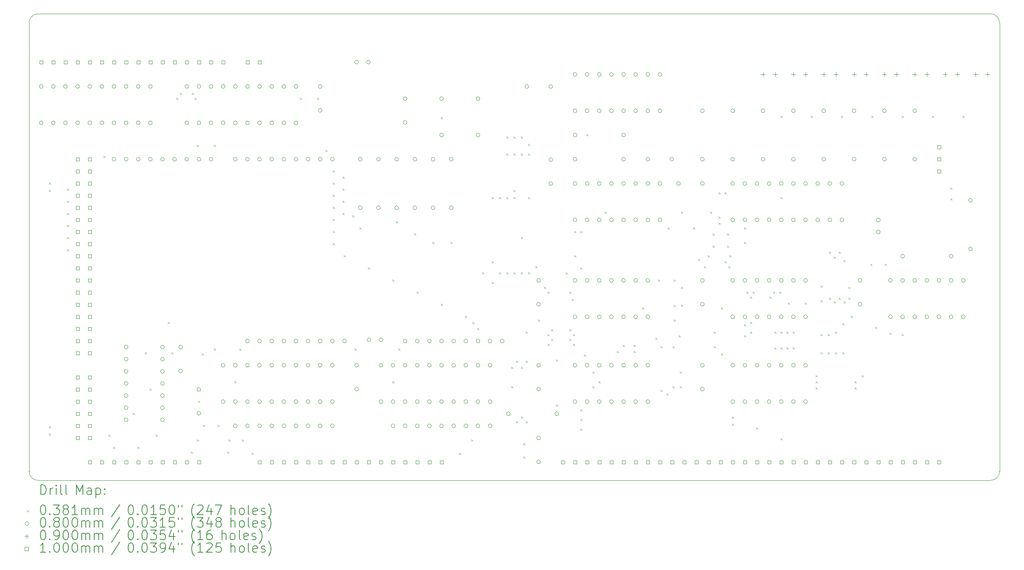
<source format=gbr>
%TF.GenerationSoftware,KiCad,Pcbnew,(7.0.0)*%
%TF.CreationDate,2023-09-24T18:01:01-07:00*%
%TF.ProjectId,interface_clock,696e7465-7266-4616-9365-5f636c6f636b,rev?*%
%TF.SameCoordinates,Original*%
%TF.FileFunction,Drillmap*%
%TF.FilePolarity,Positive*%
%FSLAX45Y45*%
G04 Gerber Fmt 4.5, Leading zero omitted, Abs format (unit mm)*
G04 Created by KiCad (PCBNEW (7.0.0)) date 2023-09-24 18:01:01*
%MOMM*%
%LPD*%
G01*
G04 APERTURE LIST*
%ADD10C,0.050000*%
%ADD11C,0.200000*%
%ADD12C,0.038100*%
%ADD13C,0.080000*%
%ADD14C,0.090000*%
%ADD15C,0.100000*%
G04 APERTURE END LIST*
D10*
X5080000Y-14668500D02*
X5080000Y-5270500D01*
X5270500Y-5080000D02*
X25209500Y-5080000D01*
X25400000Y-5270500D02*
X25400000Y-14668500D01*
X25400000Y-5270500D02*
G75*
G03*
X25209500Y-5080000I-190500J0D01*
G01*
X25209500Y-14859000D02*
G75*
G03*
X25400000Y-14668500I0J190500D01*
G01*
X25209500Y-14859000D02*
X5270500Y-14859000D01*
X5080000Y-14668500D02*
G75*
G03*
X5270500Y-14859000I190500J0D01*
G01*
X5270500Y-5080000D02*
G75*
G03*
X5080000Y-5270500I0J-190500D01*
G01*
D11*
D12*
X5492750Y-8616950D02*
X5530850Y-8655050D01*
X5530850Y-8616950D02*
X5492750Y-8655050D01*
X5492750Y-8769350D02*
X5530850Y-8807450D01*
X5530850Y-8769350D02*
X5492750Y-8807450D01*
X5492750Y-13722350D02*
X5530850Y-13760450D01*
X5530850Y-13722350D02*
X5492750Y-13760450D01*
X5492750Y-13874750D02*
X5530850Y-13912850D01*
X5530850Y-13874750D02*
X5492750Y-13912850D01*
X5873750Y-8743950D02*
X5911850Y-8782050D01*
X5911850Y-8743950D02*
X5873750Y-8782050D01*
X5873750Y-8997950D02*
X5911850Y-9036050D01*
X5911850Y-8997950D02*
X5873750Y-9036050D01*
X5873750Y-9251950D02*
X5911850Y-9290050D01*
X5911850Y-9251950D02*
X5873750Y-9290050D01*
X5873750Y-9505950D02*
X5911850Y-9544050D01*
X5911850Y-9505950D02*
X5873750Y-9544050D01*
X5873750Y-9759950D02*
X5911850Y-9798050D01*
X5911850Y-9759950D02*
X5873750Y-9798050D01*
X5873750Y-10013950D02*
X5911850Y-10052050D01*
X5911850Y-10013950D02*
X5873750Y-10052050D01*
X6635750Y-8058150D02*
X6673850Y-8096250D01*
X6673850Y-8058150D02*
X6635750Y-8096250D01*
X6737350Y-13900150D02*
X6775450Y-13938250D01*
X6775450Y-13900150D02*
X6737350Y-13938250D01*
X6838950Y-14154150D02*
X6877050Y-14192250D01*
X6877050Y-14154150D02*
X6838950Y-14192250D01*
X7245350Y-13442950D02*
X7283450Y-13481050D01*
X7283450Y-13442950D02*
X7245350Y-13481050D01*
X7346950Y-14154150D02*
X7385050Y-14192250D01*
X7385050Y-14154150D02*
X7346950Y-14192250D01*
X7499350Y-12172950D02*
X7537450Y-12211050D01*
X7537450Y-12172950D02*
X7499350Y-12211050D01*
X7600950Y-12934950D02*
X7639050Y-12973050D01*
X7639050Y-12934950D02*
X7600950Y-12973050D01*
X7727950Y-13900150D02*
X7766050Y-13938250D01*
X7766050Y-13900150D02*
X7727950Y-13938250D01*
X7981950Y-11537950D02*
X8020050Y-11576050D01*
X8020050Y-11537950D02*
X7981950Y-11576050D01*
X8058150Y-12172950D02*
X8096250Y-12211050D01*
X8096250Y-12172950D02*
X8058150Y-12211050D01*
X8159750Y-6838950D02*
X8197850Y-6877050D01*
X8197850Y-6838950D02*
X8159750Y-6877050D01*
X8235952Y-6737350D02*
X8274052Y-6775450D01*
X8274052Y-6737350D02*
X8235952Y-6775450D01*
X8464550Y-14255750D02*
X8502650Y-14293850D01*
X8502650Y-14255750D02*
X8464550Y-14293850D01*
X8489950Y-6737350D02*
X8528050Y-6775450D01*
X8528050Y-6737350D02*
X8489950Y-6775450D01*
X8540750Y-6838950D02*
X8578850Y-6877050D01*
X8578850Y-6838950D02*
X8540750Y-6877050D01*
X8591550Y-7829550D02*
X8629650Y-7867650D01*
X8629650Y-7829550D02*
X8591550Y-7867650D01*
X8591550Y-14001750D02*
X8629650Y-14039850D01*
X8629650Y-14001750D02*
X8591550Y-14039850D01*
X8616950Y-13188950D02*
X8655050Y-13227050D01*
X8655050Y-13188950D02*
X8616950Y-13227050D01*
X8693150Y-12198350D02*
X8731250Y-12236450D01*
X8731250Y-12198350D02*
X8693150Y-12236450D01*
X8718550Y-13696950D02*
X8756650Y-13735050D01*
X8756650Y-13696950D02*
X8718550Y-13735050D01*
X8947150Y-7829550D02*
X8985250Y-7867650D01*
X8985250Y-7829550D02*
X8947150Y-7867650D01*
X8947150Y-12096750D02*
X8985250Y-12134850D01*
X8985250Y-12096750D02*
X8947150Y-12134850D01*
X9023350Y-13696950D02*
X9061450Y-13735050D01*
X9061450Y-13696950D02*
X9023350Y-13735050D01*
X9226550Y-14255749D02*
X9264650Y-14293849D01*
X9264650Y-14255749D02*
X9226550Y-14293849D01*
X9251950Y-14001751D02*
X9290050Y-14039851D01*
X9290050Y-14001751D02*
X9251950Y-14039851D01*
X9378950Y-12782550D02*
X9417050Y-12820650D01*
X9417050Y-12782550D02*
X9378950Y-12820650D01*
X9480550Y-12096750D02*
X9518650Y-12134850D01*
X9518650Y-12096750D02*
X9480550Y-12134850D01*
X9531350Y-14001750D02*
X9569450Y-14039850D01*
X9569450Y-14001750D02*
X9531350Y-14039850D01*
X9734550Y-14281150D02*
X9772650Y-14319250D01*
X9772650Y-14281150D02*
X9734550Y-14319250D01*
X10750550Y-6838951D02*
X10788650Y-6877051D01*
X10788650Y-6838951D02*
X10750550Y-6877051D01*
X11106150Y-6838950D02*
X11144250Y-6877050D01*
X11144250Y-6838950D02*
X11106150Y-6877050D01*
X11283950Y-7931150D02*
X11322050Y-7969250D01*
X11322050Y-7931150D02*
X11283950Y-7969250D01*
X11436350Y-8362950D02*
X11474450Y-8401050D01*
X11474450Y-8362950D02*
X11436350Y-8401050D01*
X11436350Y-8616950D02*
X11474450Y-8655050D01*
X11474450Y-8616950D02*
X11436350Y-8655050D01*
X11436350Y-8870950D02*
X11474450Y-8909050D01*
X11474450Y-8870950D02*
X11436350Y-8909050D01*
X11436350Y-9124950D02*
X11474450Y-9163050D01*
X11474450Y-9124950D02*
X11436350Y-9163050D01*
X11436350Y-9378950D02*
X11474450Y-9417050D01*
X11474450Y-9378950D02*
X11436350Y-9417050D01*
X11436350Y-9632950D02*
X11474450Y-9671050D01*
X11474450Y-9632950D02*
X11436350Y-9671050D01*
X11436350Y-9886950D02*
X11474450Y-9925050D01*
X11474450Y-9886950D02*
X11436350Y-9925050D01*
X11639550Y-8489950D02*
X11677650Y-8528050D01*
X11677650Y-8489950D02*
X11639550Y-8528050D01*
X11639550Y-8743950D02*
X11677650Y-8782050D01*
X11677650Y-8743950D02*
X11639550Y-8782050D01*
X11639550Y-8997950D02*
X11677650Y-9036050D01*
X11677650Y-8997950D02*
X11639550Y-9036050D01*
X11639550Y-9251950D02*
X11677650Y-9290050D01*
X11677650Y-9251950D02*
X11639550Y-9290050D01*
X11664950Y-10140950D02*
X11703050Y-10179050D01*
X11703050Y-10140950D02*
X11664950Y-10179050D01*
X11842750Y-9302750D02*
X11880850Y-9340850D01*
X11880850Y-9302750D02*
X11842750Y-9340850D01*
X11893550Y-12096750D02*
X11931650Y-12134850D01*
X11931650Y-12096750D02*
X11893550Y-12134850D01*
X11995150Y-9556750D02*
X12033250Y-9594850D01*
X12033250Y-9556750D02*
X11995150Y-9594850D01*
X12172950Y-10394950D02*
X12211050Y-10433050D01*
X12211050Y-10394950D02*
X12172950Y-10433050D01*
X12680950Y-10648950D02*
X12719050Y-10687050D01*
X12719050Y-10648950D02*
X12680950Y-10687050D01*
X12680950Y-12782550D02*
X12719050Y-12820650D01*
X12719050Y-12782550D02*
X12680950Y-12820650D01*
X12757150Y-9429750D02*
X12795250Y-9467850D01*
X12795250Y-9429750D02*
X12757150Y-9467850D01*
X12807950Y-12096750D02*
X12846050Y-12134850D01*
X12846050Y-12096750D02*
X12807950Y-12134850D01*
X13138150Y-9683750D02*
X13176250Y-9721850D01*
X13176250Y-9683750D02*
X13138150Y-9721850D01*
X13188950Y-10902950D02*
X13227050Y-10941050D01*
X13227050Y-10902950D02*
X13188950Y-10941050D01*
X13519150Y-9861550D02*
X13557250Y-9899650D01*
X13557250Y-9861550D02*
X13519150Y-9899650D01*
X13696950Y-7245350D02*
X13735050Y-7283450D01*
X13735050Y-7245350D02*
X13696950Y-7283450D01*
X13696950Y-11156950D02*
X13735050Y-11195050D01*
X13735050Y-11156950D02*
X13696950Y-11195050D01*
X13900150Y-9861550D02*
X13938250Y-9899650D01*
X13938250Y-9861550D02*
X13900150Y-9899650D01*
X14077950Y-14281150D02*
X14116050Y-14319250D01*
X14116050Y-14281150D02*
X14077950Y-14319250D01*
X14204950Y-11410950D02*
X14243050Y-11449050D01*
X14243050Y-11410950D02*
X14204950Y-11449050D01*
X14331950Y-14001750D02*
X14370050Y-14039850D01*
X14370050Y-14001750D02*
X14331950Y-14039850D01*
X14357350Y-11537950D02*
X14395450Y-11576050D01*
X14395450Y-11537950D02*
X14357350Y-11576050D01*
X14458950Y-11664950D02*
X14497050Y-11703050D01*
X14497050Y-11664950D02*
X14458950Y-11703050D01*
X14560550Y-10496550D02*
X14598650Y-10534650D01*
X14598650Y-10496550D02*
X14560550Y-10534650D01*
X14763750Y-8921750D02*
X14801850Y-8959850D01*
X14801850Y-8921750D02*
X14763750Y-8959850D01*
X14763750Y-10267950D02*
X14801850Y-10306050D01*
X14801850Y-10267950D02*
X14763750Y-10306050D01*
X14763750Y-10699750D02*
X14801850Y-10737850D01*
X14801850Y-10699750D02*
X14763750Y-10737850D01*
X14916150Y-8921750D02*
X14954250Y-8959850D01*
X14954250Y-8921750D02*
X14916150Y-8959850D01*
X14916150Y-10496550D02*
X14954250Y-10534650D01*
X14954250Y-10496550D02*
X14916150Y-10534650D01*
X15068549Y-10496550D02*
X15106649Y-10534650D01*
X15106649Y-10496550D02*
X15068549Y-10534650D01*
X15068550Y-7651750D02*
X15106650Y-7689850D01*
X15106650Y-7651750D02*
X15068550Y-7689850D01*
X15068550Y-8007350D02*
X15106650Y-8045450D01*
X15106650Y-8007350D02*
X15068550Y-8045450D01*
X15068550Y-8921750D02*
X15106650Y-8959850D01*
X15106650Y-8921750D02*
X15068550Y-8959850D01*
X15170150Y-12477750D02*
X15208250Y-12515850D01*
X15208250Y-12477750D02*
X15170150Y-12515850D01*
X15170150Y-12884151D02*
X15208250Y-12922251D01*
X15208250Y-12884151D02*
X15170150Y-12922251D01*
X15220950Y-7651750D02*
X15259050Y-7689850D01*
X15259050Y-7651750D02*
X15220950Y-7689850D01*
X15220950Y-8007350D02*
X15259050Y-8045450D01*
X15259050Y-8007350D02*
X15220950Y-8045450D01*
X15220950Y-8769350D02*
X15259050Y-8807450D01*
X15259050Y-8769350D02*
X15220950Y-8807450D01*
X15220950Y-8921750D02*
X15259050Y-8959850D01*
X15259050Y-8921750D02*
X15220950Y-8959850D01*
X15220950Y-10496550D02*
X15259050Y-10534650D01*
X15259050Y-10496550D02*
X15220950Y-10534650D01*
X15271750Y-12350750D02*
X15309850Y-12388850D01*
X15309850Y-12350750D02*
X15271750Y-12388850D01*
X15271750Y-13620750D02*
X15309850Y-13658850D01*
X15309850Y-13620750D02*
X15271750Y-13658850D01*
X15373350Y-7651750D02*
X15411450Y-7689850D01*
X15411450Y-7651750D02*
X15373350Y-7689850D01*
X15373350Y-8007350D02*
X15411450Y-8045450D01*
X15411450Y-8007350D02*
X15373350Y-8045450D01*
X15373350Y-9759950D02*
X15411450Y-9798050D01*
X15411450Y-9759950D02*
X15373350Y-9798050D01*
X15373350Y-10496550D02*
X15411450Y-10534650D01*
X15411450Y-10496550D02*
X15373350Y-10534650D01*
X15373350Y-12477750D02*
X15411450Y-12515850D01*
X15411450Y-12477750D02*
X15373350Y-12515850D01*
X15373350Y-13519150D02*
X15411450Y-13557250D01*
X15411450Y-13519150D02*
X15373350Y-13557250D01*
X15424150Y-14077950D02*
X15462250Y-14116050D01*
X15462250Y-14077950D02*
X15424150Y-14116050D01*
X15424150Y-14357350D02*
X15462250Y-14395450D01*
X15462250Y-14357350D02*
X15424150Y-14395450D01*
X15474950Y-11741150D02*
X15513050Y-11779250D01*
X15513050Y-11741150D02*
X15474950Y-11779250D01*
X15474950Y-12350750D02*
X15513050Y-12388850D01*
X15513050Y-12350750D02*
X15474950Y-12388850D01*
X15474950Y-13620750D02*
X15513050Y-13658850D01*
X15513050Y-13620750D02*
X15474950Y-13658850D01*
X15525750Y-7804150D02*
X15563850Y-7842250D01*
X15563850Y-7804150D02*
X15525750Y-7842250D01*
X15525750Y-8007350D02*
X15563850Y-8045450D01*
X15563850Y-8007350D02*
X15525750Y-8045450D01*
X15525750Y-8921750D02*
X15563850Y-8959850D01*
X15563850Y-8921750D02*
X15525750Y-8959850D01*
X15525751Y-10496550D02*
X15563851Y-10534650D01*
X15563851Y-10496550D02*
X15525751Y-10534650D01*
X15678150Y-10369550D02*
X15716250Y-10407650D01*
X15716250Y-10369550D02*
X15678150Y-10407650D01*
X15728950Y-11487150D02*
X15767050Y-11525250D01*
X15767050Y-11487150D02*
X15728950Y-11525250D01*
X15855950Y-10801350D02*
X15894050Y-10839450D01*
X15894050Y-10801350D02*
X15855950Y-10839450D01*
X15932150Y-10902950D02*
X15970250Y-10941050D01*
X15970250Y-10902950D02*
X15932150Y-10941050D01*
X15932150Y-11791950D02*
X15970250Y-11830050D01*
X15970250Y-11791950D02*
X15932150Y-11830050D01*
X15932150Y-11995150D02*
X15970250Y-12033250D01*
X15970250Y-11995150D02*
X15932150Y-12033250D01*
X16008350Y-11690350D02*
X16046450Y-11728450D01*
X16046450Y-11690350D02*
X16008350Y-11728450D01*
X16008350Y-11893550D02*
X16046450Y-11931650D01*
X16046450Y-11893550D02*
X16008350Y-11931650D01*
X16109950Y-12325350D02*
X16148050Y-12363450D01*
X16148050Y-12325350D02*
X16109950Y-12363450D01*
X16109950Y-13265150D02*
X16148050Y-13303250D01*
X16148050Y-13265150D02*
X16109950Y-13303250D01*
X16313150Y-10496550D02*
X16351250Y-10534650D01*
X16351250Y-10496550D02*
X16313150Y-10534650D01*
X16389350Y-10902950D02*
X16427450Y-10941050D01*
X16427450Y-10902950D02*
X16389350Y-10941050D01*
X16389350Y-11690350D02*
X16427450Y-11728450D01*
X16427450Y-11690350D02*
X16389350Y-11728450D01*
X16389350Y-11893550D02*
X16427450Y-11931650D01*
X16427450Y-11893550D02*
X16389350Y-11931650D01*
X16440150Y-11055350D02*
X16478250Y-11093450D01*
X16478250Y-11055350D02*
X16440150Y-11093450D01*
X16465550Y-11791950D02*
X16503650Y-11830050D01*
X16503650Y-11791950D02*
X16465550Y-11830050D01*
X16465550Y-11995150D02*
X16503650Y-12033250D01*
X16503650Y-11995150D02*
X16465550Y-12033250D01*
X16490950Y-9632950D02*
X16529050Y-9671050D01*
X16529050Y-9632950D02*
X16490950Y-9671050D01*
X16490950Y-10140950D02*
X16529050Y-10179050D01*
X16529050Y-10140950D02*
X16490950Y-10179050D01*
X16617950Y-9632950D02*
X16656050Y-9671050D01*
X16656050Y-9632950D02*
X16617950Y-9671050D01*
X16617950Y-10394950D02*
X16656050Y-10433050D01*
X16656050Y-10394950D02*
X16617950Y-10433050D01*
X16617950Y-13366750D02*
X16656050Y-13404850D01*
X16656050Y-13366750D02*
X16617950Y-13404850D01*
X16617950Y-13569950D02*
X16656050Y-13608050D01*
X16656050Y-13569950D02*
X16617950Y-13608050D01*
X16617950Y-13773150D02*
X16656050Y-13811250D01*
X16656050Y-13773150D02*
X16617950Y-13811250D01*
X16694150Y-12223750D02*
X16732250Y-12261850D01*
X16732250Y-12223750D02*
X16694150Y-12261850D01*
X16744950Y-7600950D02*
X16783050Y-7639050D01*
X16783050Y-7600950D02*
X16744950Y-7639050D01*
X16871950Y-12579352D02*
X16910050Y-12617452D01*
X16910050Y-12579352D02*
X16871950Y-12617452D01*
X16871950Y-12884150D02*
X16910050Y-12922250D01*
X16910050Y-12884150D02*
X16871950Y-12922250D01*
X16998950Y-12782550D02*
X17037050Y-12820650D01*
X17037050Y-12782550D02*
X16998950Y-12820650D01*
X17125950Y-9226550D02*
X17164050Y-9264650D01*
X17164050Y-9226550D02*
X17125950Y-9264650D01*
X17379950Y-12147550D02*
X17418050Y-12185650D01*
X17418050Y-12147550D02*
X17379950Y-12185650D01*
X17506950Y-12020550D02*
X17545050Y-12058650D01*
X17545050Y-12020550D02*
X17506950Y-12058650D01*
X17735550Y-12020550D02*
X17773650Y-12058650D01*
X17773650Y-12020550D02*
X17735550Y-12058650D01*
X17735550Y-12147550D02*
X17773650Y-12185650D01*
X17773650Y-12147550D02*
X17735550Y-12185650D01*
X17913350Y-11233150D02*
X17951450Y-11271250D01*
X17951450Y-11233150D02*
X17913350Y-11271250D01*
X18192750Y-11868150D02*
X18230850Y-11906250D01*
X18230850Y-11868150D02*
X18192750Y-11906250D01*
X18243550Y-10648950D02*
X18281650Y-10687050D01*
X18281650Y-10648950D02*
X18243550Y-10687050D01*
X18294350Y-12045950D02*
X18332450Y-12084050D01*
X18332450Y-12045950D02*
X18294350Y-12084050D01*
X18294350Y-12960350D02*
X18332450Y-12998450D01*
X18332450Y-12960350D02*
X18294350Y-12998450D01*
X18421350Y-13036550D02*
X18459450Y-13074650D01*
X18459450Y-13036550D02*
X18421350Y-13074650D01*
X18446748Y-9556750D02*
X18484848Y-9594850D01*
X18484848Y-9556750D02*
X18446748Y-9594850D01*
X18548350Y-12045950D02*
X18586450Y-12084050D01*
X18586450Y-12045950D02*
X18548350Y-12084050D01*
X18548350Y-12884152D02*
X18586450Y-12922252D01*
X18586450Y-12884152D02*
X18548350Y-12922252D01*
X18573750Y-10648950D02*
X18611850Y-10687050D01*
X18611850Y-10648950D02*
X18573750Y-10687050D01*
X18573750Y-11182350D02*
X18611850Y-11220450D01*
X18611850Y-11182350D02*
X18573750Y-11220450D01*
X18573750Y-11487150D02*
X18611850Y-11525250D01*
X18611850Y-11487150D02*
X18573750Y-11525250D01*
X18675350Y-11817350D02*
X18713450Y-11855450D01*
X18713450Y-11817350D02*
X18675350Y-11855450D01*
X18700750Y-12579350D02*
X18738850Y-12617450D01*
X18738850Y-12579350D02*
X18700750Y-12617450D01*
X18700750Y-12884150D02*
X18738850Y-12922250D01*
X18738850Y-12884150D02*
X18700750Y-12922250D01*
X18726149Y-9226550D02*
X18764249Y-9264650D01*
X18764249Y-9226550D02*
X18726149Y-9264650D01*
X18726150Y-10801350D02*
X18764250Y-10839450D01*
X18764250Y-10801350D02*
X18726150Y-10839450D01*
X18726150Y-11174680D02*
X18764250Y-11212780D01*
X18764250Y-11174680D02*
X18726150Y-11212780D01*
X18980150Y-9556750D02*
X19018250Y-9594850D01*
X19018250Y-9556750D02*
X18980150Y-9594850D01*
X19081750Y-10217150D02*
X19119850Y-10255250D01*
X19119850Y-10217150D02*
X19081750Y-10255250D01*
X19208750Y-10369550D02*
X19246850Y-10407650D01*
X19246850Y-10369550D02*
X19208750Y-10407650D01*
X19284950Y-10140950D02*
X19323050Y-10179050D01*
X19323050Y-10140950D02*
X19284950Y-10179050D01*
X19335750Y-9226550D02*
X19373850Y-9264650D01*
X19373850Y-9226550D02*
X19335750Y-9264650D01*
X19386550Y-9683750D02*
X19424650Y-9721850D01*
X19424650Y-9683750D02*
X19386550Y-9721850D01*
X19386550Y-9937750D02*
X19424650Y-9975850D01*
X19424650Y-9937750D02*
X19386550Y-9975850D01*
X19411950Y-11741150D02*
X19450050Y-11779250D01*
X19450050Y-11741150D02*
X19411950Y-11779250D01*
X19411950Y-12045950D02*
X19450050Y-12084050D01*
X19450050Y-12045950D02*
X19411950Y-12084050D01*
X19513550Y-8820150D02*
X19551650Y-8858250D01*
X19551650Y-8820150D02*
X19513550Y-8858250D01*
X19513550Y-9328150D02*
X19551650Y-9366250D01*
X19551650Y-9328150D02*
X19513550Y-9366250D01*
X19513550Y-9455150D02*
X19551650Y-9493250D01*
X19551650Y-9455150D02*
X19513550Y-9493250D01*
X19564349Y-11233150D02*
X19602449Y-11271250D01*
X19602449Y-11233150D02*
X19564349Y-11271250D01*
X19564350Y-12198350D02*
X19602450Y-12236450D01*
X19602450Y-12198350D02*
X19564350Y-12236450D01*
X19640550Y-8820150D02*
X19678650Y-8858250D01*
X19678650Y-8820150D02*
X19640550Y-8858250D01*
X19640550Y-10267950D02*
X19678650Y-10306050D01*
X19678650Y-10267950D02*
X19640550Y-10306050D01*
X19691350Y-9937750D02*
X19729450Y-9975850D01*
X19729450Y-9937750D02*
X19691350Y-9975850D01*
X19691351Y-9683750D02*
X19729451Y-9721850D01*
X19729451Y-9683750D02*
X19691351Y-9721850D01*
X19716750Y-10369550D02*
X19754850Y-10407650D01*
X19754850Y-10369550D02*
X19716750Y-10407650D01*
X19742150Y-10140950D02*
X19780250Y-10179050D01*
X19780250Y-10140950D02*
X19742150Y-10179050D01*
X19792950Y-13519150D02*
X19831050Y-13557250D01*
X19831050Y-13519150D02*
X19792950Y-13557250D01*
X19792950Y-13671550D02*
X19831050Y-13709650D01*
X19831050Y-13671550D02*
X19792950Y-13709650D01*
X20046950Y-9556750D02*
X20085050Y-9594850D01*
X20085050Y-9556750D02*
X20046950Y-9594850D01*
X20046950Y-9861550D02*
X20085050Y-9899650D01*
X20085050Y-9861550D02*
X20046950Y-9899650D01*
X20046950Y-11588750D02*
X20085050Y-11626850D01*
X20085050Y-11588750D02*
X20046950Y-11626850D01*
X20046950Y-11817350D02*
X20085050Y-11855450D01*
X20085050Y-11817350D02*
X20046950Y-11855450D01*
X20097750Y-10902950D02*
X20135850Y-10941050D01*
X20135850Y-10902950D02*
X20097750Y-10941050D01*
X20173950Y-11004550D02*
X20212050Y-11042650D01*
X20212050Y-11004550D02*
X20173950Y-11042650D01*
X20173950Y-11537950D02*
X20212050Y-11576050D01*
X20212050Y-11537950D02*
X20173950Y-11576050D01*
X20173950Y-11741150D02*
X20212050Y-11779250D01*
X20212050Y-11741150D02*
X20173950Y-11779250D01*
X20224750Y-10902950D02*
X20262850Y-10941050D01*
X20262850Y-10902950D02*
X20224750Y-10941050D01*
X20300950Y-13747750D02*
X20339050Y-13785850D01*
X20339050Y-13747750D02*
X20300950Y-13785850D01*
X20580350Y-11004550D02*
X20618450Y-11042650D01*
X20618450Y-11004550D02*
X20580350Y-11042650D01*
X20656550Y-10902950D02*
X20694650Y-10941050D01*
X20694650Y-10902950D02*
X20656550Y-10941050D01*
X20681950Y-11741150D02*
X20720050Y-11779250D01*
X20720050Y-11741150D02*
X20681950Y-11779250D01*
X20681950Y-12071350D02*
X20720050Y-12109450D01*
X20720050Y-12071350D02*
X20681950Y-12109450D01*
X20783550Y-10902949D02*
X20821650Y-10941049D01*
X20821650Y-10902949D02*
X20783550Y-10941049D01*
X20808950Y-7219950D02*
X20847050Y-7258050D01*
X20847050Y-7219950D02*
X20808950Y-7258050D01*
X20808950Y-8921750D02*
X20847050Y-8959850D01*
X20847050Y-8921750D02*
X20808950Y-8959850D01*
X20808950Y-11741150D02*
X20847050Y-11779250D01*
X20847050Y-11741150D02*
X20808950Y-11779250D01*
X20808950Y-12071350D02*
X20847050Y-12109450D01*
X20847050Y-12071350D02*
X20808950Y-12109450D01*
X20808950Y-13976350D02*
X20847050Y-14014450D01*
X20847050Y-13976350D02*
X20808950Y-14014450D01*
X20935950Y-11741150D02*
X20974050Y-11779250D01*
X20974050Y-11741150D02*
X20935950Y-11779250D01*
X20935950Y-12071350D02*
X20974050Y-12109450D01*
X20974050Y-12071350D02*
X20935950Y-12109450D01*
X20961350Y-11131550D02*
X20999450Y-11169650D01*
X20999450Y-11131550D02*
X20961350Y-11169650D01*
X21062950Y-11741150D02*
X21101050Y-11779250D01*
X21101050Y-11741150D02*
X21062950Y-11779250D01*
X21062950Y-12071349D02*
X21101050Y-12109449D01*
X21101050Y-12071349D02*
X21062950Y-12109449D01*
X21316949Y-11131550D02*
X21355049Y-11169650D01*
X21355049Y-11131550D02*
X21316949Y-11169650D01*
X21443950Y-7219950D02*
X21482050Y-7258050D01*
X21482050Y-7219950D02*
X21443950Y-7258050D01*
X21545550Y-12655550D02*
X21583650Y-12693650D01*
X21583650Y-12655550D02*
X21545550Y-12693650D01*
X21545550Y-12782550D02*
X21583650Y-12820650D01*
X21583650Y-12782550D02*
X21545550Y-12820650D01*
X21545550Y-12909550D02*
X21583650Y-12947650D01*
X21583650Y-12909550D02*
X21545550Y-12947650D01*
X21647150Y-10775950D02*
X21685250Y-10814050D01*
X21685250Y-10775950D02*
X21647150Y-10814050D01*
X21647150Y-11080750D02*
X21685250Y-11118850D01*
X21685250Y-11080750D02*
X21647150Y-11118850D01*
X21647150Y-11791950D02*
X21685250Y-11830050D01*
X21685250Y-11791950D02*
X21647150Y-11830050D01*
X21647150Y-12172950D02*
X21685250Y-12211050D01*
X21685250Y-12172950D02*
X21647150Y-12211050D01*
X21799550Y-11791950D02*
X21837650Y-11830050D01*
X21837650Y-11791950D02*
X21799550Y-11830050D01*
X21799550Y-12172950D02*
X21837650Y-12211050D01*
X21837650Y-12172950D02*
X21799550Y-12211050D01*
X21824950Y-10064750D02*
X21863050Y-10102850D01*
X21863050Y-10064750D02*
X21824950Y-10102850D01*
X21824950Y-11029950D02*
X21863050Y-11068050D01*
X21863050Y-11029950D02*
X21824950Y-11068050D01*
X21926550Y-10166350D02*
X21964650Y-10204450D01*
X21964650Y-10166350D02*
X21926550Y-10204450D01*
X21926550Y-11106150D02*
X21964650Y-11144250D01*
X21964650Y-11106150D02*
X21926550Y-11144250D01*
X21951950Y-11741150D02*
X21990050Y-11779250D01*
X21990050Y-11741150D02*
X21951950Y-11779250D01*
X21951950Y-12172950D02*
X21990050Y-12211050D01*
X21990050Y-12172950D02*
X21951950Y-12211050D01*
X22028150Y-10064750D02*
X22066250Y-10102850D01*
X22066250Y-10064750D02*
X22028150Y-10102850D01*
X22028150Y-11029950D02*
X22066250Y-11068050D01*
X22066250Y-11029950D02*
X22028150Y-11068050D01*
X22078950Y-7219950D02*
X22117050Y-7258050D01*
X22117050Y-7219950D02*
X22078950Y-7258050D01*
X22104350Y-11563350D02*
X22142450Y-11601450D01*
X22142450Y-11563350D02*
X22104350Y-11601450D01*
X22104350Y-12172950D02*
X22142450Y-12211050D01*
X22142450Y-12172950D02*
X22104350Y-12211050D01*
X22129750Y-10242550D02*
X22167850Y-10280650D01*
X22167850Y-10242550D02*
X22129750Y-10280650D01*
X22129750Y-11106150D02*
X22167850Y-11144250D01*
X22167850Y-11106150D02*
X22129750Y-11144250D01*
X22231350Y-10801350D02*
X22269450Y-10839450D01*
X22269450Y-10801350D02*
X22231350Y-10839450D01*
X22231350Y-11029950D02*
X22269450Y-11068050D01*
X22269450Y-11029950D02*
X22231350Y-11068050D01*
X22282150Y-11410950D02*
X22320250Y-11449050D01*
X22320250Y-11410950D02*
X22282150Y-11449050D01*
X22358350Y-12782550D02*
X22396450Y-12820650D01*
X22396450Y-12782550D02*
X22358350Y-12820650D01*
X22358350Y-12909550D02*
X22396450Y-12947650D01*
X22396450Y-12909550D02*
X22358350Y-12947650D01*
X22510750Y-12655550D02*
X22548850Y-12693650D01*
X22548850Y-12655550D02*
X22510750Y-12693650D01*
X22688550Y-10318750D02*
X22726650Y-10356850D01*
X22726650Y-10318750D02*
X22688550Y-10356850D01*
X22713950Y-7219950D02*
X22752050Y-7258050D01*
X22752050Y-7219950D02*
X22713950Y-7258050D01*
X22790150Y-11639550D02*
X22828250Y-11677650D01*
X22828250Y-11639550D02*
X22790150Y-11677650D01*
X22993350Y-10318750D02*
X23031450Y-10356850D01*
X23031450Y-10318750D02*
X22993350Y-10356850D01*
X23094950Y-11766550D02*
X23133050Y-11804650D01*
X23133050Y-11766550D02*
X23094950Y-11804650D01*
X23348950Y-7219950D02*
X23387050Y-7258050D01*
X23387050Y-7219950D02*
X23348950Y-7258050D01*
X23348950Y-11791950D02*
X23387050Y-11830050D01*
X23387050Y-11791950D02*
X23348950Y-11830050D01*
X23983950Y-7219950D02*
X24022050Y-7258050D01*
X24022050Y-7219950D02*
X23983950Y-7258050D01*
X24364949Y-8947150D02*
X24403049Y-8985250D01*
X24403049Y-8947150D02*
X24364949Y-8985250D01*
X24364950Y-8718550D02*
X24403050Y-8756650D01*
X24403050Y-8718550D02*
X24364950Y-8756650D01*
X24618950Y-7219950D02*
X24657050Y-7258050D01*
X24657050Y-7219950D02*
X24618950Y-7258050D01*
D13*
X5374500Y-6603000D02*
G75*
G03*
X5374500Y-6603000I-40000J0D01*
G01*
X5374500Y-7365000D02*
G75*
G03*
X5374500Y-7365000I-40000J0D01*
G01*
X5628500Y-6603000D02*
G75*
G03*
X5628500Y-6603000I-40000J0D01*
G01*
X5628500Y-7365000D02*
G75*
G03*
X5628500Y-7365000I-40000J0D01*
G01*
X5882500Y-6603000D02*
G75*
G03*
X5882500Y-6603000I-40000J0D01*
G01*
X5882500Y-7365000D02*
G75*
G03*
X5882500Y-7365000I-40000J0D01*
G01*
X6136500Y-6603000D02*
G75*
G03*
X6136500Y-6603000I-40000J0D01*
G01*
X6136500Y-7365000D02*
G75*
G03*
X6136500Y-7365000I-40000J0D01*
G01*
X6390500Y-6603000D02*
G75*
G03*
X6390500Y-6603000I-40000J0D01*
G01*
X6390500Y-7365000D02*
G75*
G03*
X6390500Y-7365000I-40000J0D01*
G01*
X6644500Y-6603000D02*
G75*
G03*
X6644500Y-6603000I-40000J0D01*
G01*
X6644500Y-7365000D02*
G75*
G03*
X6644500Y-7365000I-40000J0D01*
G01*
X6898000Y-8128000D02*
G75*
G03*
X6898000Y-8128000I-40000J0D01*
G01*
X6898500Y-6603000D02*
G75*
G03*
X6898500Y-6603000I-40000J0D01*
G01*
X6898500Y-7365000D02*
G75*
G03*
X6898500Y-7365000I-40000J0D01*
G01*
X7152000Y-8128000D02*
G75*
G03*
X7152000Y-8128000I-40000J0D01*
G01*
X7152000Y-12065000D02*
G75*
G03*
X7152000Y-12065000I-40000J0D01*
G01*
X7152000Y-12319000D02*
G75*
G03*
X7152000Y-12319000I-40000J0D01*
G01*
X7152000Y-12573000D02*
G75*
G03*
X7152000Y-12573000I-40000J0D01*
G01*
X7152000Y-12827000D02*
G75*
G03*
X7152000Y-12827000I-40000J0D01*
G01*
X7152000Y-13081000D02*
G75*
G03*
X7152000Y-13081000I-40000J0D01*
G01*
X7152000Y-13335000D02*
G75*
G03*
X7152000Y-13335000I-40000J0D01*
G01*
X7152000Y-13589000D02*
G75*
G03*
X7152000Y-13589000I-40000J0D01*
G01*
X7152500Y-6603000D02*
G75*
G03*
X7152500Y-6603000I-40000J0D01*
G01*
X7152500Y-7365000D02*
G75*
G03*
X7152500Y-7365000I-40000J0D01*
G01*
X7406000Y-8128000D02*
G75*
G03*
X7406000Y-8128000I-40000J0D01*
G01*
X7406500Y-6603000D02*
G75*
G03*
X7406500Y-6603000I-40000J0D01*
G01*
X7406500Y-7365000D02*
G75*
G03*
X7406500Y-7365000I-40000J0D01*
G01*
X7660000Y-8128000D02*
G75*
G03*
X7660000Y-8128000I-40000J0D01*
G01*
X7660500Y-6603000D02*
G75*
G03*
X7660500Y-6603000I-40000J0D01*
G01*
X7660500Y-7365000D02*
G75*
G03*
X7660500Y-7365000I-40000J0D01*
G01*
X7914000Y-8128000D02*
G75*
G03*
X7914000Y-8128000I-40000J0D01*
G01*
X7914000Y-12065000D02*
G75*
G03*
X7914000Y-12065000I-40000J0D01*
G01*
X7914000Y-12319000D02*
G75*
G03*
X7914000Y-12319000I-40000J0D01*
G01*
X7914000Y-12573000D02*
G75*
G03*
X7914000Y-12573000I-40000J0D01*
G01*
X7914000Y-12827000D02*
G75*
G03*
X7914000Y-12827000I-40000J0D01*
G01*
X7914000Y-13081000D02*
G75*
G03*
X7914000Y-13081000I-40000J0D01*
G01*
X7914000Y-13335000D02*
G75*
G03*
X7914000Y-13335000I-40000J0D01*
G01*
X7914000Y-13589000D02*
G75*
G03*
X7914000Y-13589000I-40000J0D01*
G01*
X8168000Y-8128000D02*
G75*
G03*
X8168000Y-8128000I-40000J0D01*
G01*
X8295000Y-12065000D02*
G75*
G03*
X8295000Y-12065000I-40000J0D01*
G01*
X8295000Y-12565000D02*
G75*
G03*
X8295000Y-12565000I-40000J0D01*
G01*
X8422000Y-8128000D02*
G75*
G03*
X8422000Y-8128000I-40000J0D01*
G01*
X8422500Y-6603000D02*
G75*
G03*
X8422500Y-6603000I-40000J0D01*
G01*
X8422500Y-7365000D02*
G75*
G03*
X8422500Y-7365000I-40000J0D01*
G01*
X8676000Y-8128000D02*
G75*
G03*
X8676000Y-8128000I-40000J0D01*
G01*
X8676000Y-12954000D02*
G75*
G03*
X8676000Y-12954000I-40000J0D01*
G01*
X8676000Y-13454000D02*
G75*
G03*
X8676000Y-13454000I-40000J0D01*
G01*
X8676500Y-6603000D02*
G75*
G03*
X8676500Y-6603000I-40000J0D01*
G01*
X8676500Y-7365000D02*
G75*
G03*
X8676500Y-7365000I-40000J0D01*
G01*
X8930000Y-8128000D02*
G75*
G03*
X8930000Y-8128000I-40000J0D01*
G01*
X8930500Y-6603000D02*
G75*
G03*
X8930500Y-6603000I-40000J0D01*
G01*
X8930500Y-7365000D02*
G75*
G03*
X8930500Y-7365000I-40000J0D01*
G01*
X9184000Y-12446000D02*
G75*
G03*
X9184000Y-12446000I-40000J0D01*
G01*
X9184000Y-13208000D02*
G75*
G03*
X9184000Y-13208000I-40000J0D01*
G01*
X9184500Y-6603000D02*
G75*
G03*
X9184500Y-6603000I-40000J0D01*
G01*
X9184500Y-7365000D02*
G75*
G03*
X9184500Y-7365000I-40000J0D01*
G01*
X9438000Y-8128000D02*
G75*
G03*
X9438000Y-8128000I-40000J0D01*
G01*
X9438000Y-12446000D02*
G75*
G03*
X9438000Y-12446000I-40000J0D01*
G01*
X9438000Y-13208000D02*
G75*
G03*
X9438000Y-13208000I-40000J0D01*
G01*
X9438000Y-13716000D02*
G75*
G03*
X9438000Y-13716000I-40000J0D01*
G01*
X9438500Y-6603000D02*
G75*
G03*
X9438500Y-6603000I-40000J0D01*
G01*
X9438500Y-7365000D02*
G75*
G03*
X9438500Y-7365000I-40000J0D01*
G01*
X9692000Y-8128000D02*
G75*
G03*
X9692000Y-8128000I-40000J0D01*
G01*
X9692000Y-11938000D02*
G75*
G03*
X9692000Y-11938000I-40000J0D01*
G01*
X9692000Y-12446000D02*
G75*
G03*
X9692000Y-12446000I-40000J0D01*
G01*
X9692000Y-13208000D02*
G75*
G03*
X9692000Y-13208000I-40000J0D01*
G01*
X9692000Y-13716000D02*
G75*
G03*
X9692000Y-13716000I-40000J0D01*
G01*
X9692500Y-6603000D02*
G75*
G03*
X9692500Y-6603000I-40000J0D01*
G01*
X9692500Y-7365000D02*
G75*
G03*
X9692500Y-7365000I-40000J0D01*
G01*
X9946000Y-8128000D02*
G75*
G03*
X9946000Y-8128000I-40000J0D01*
G01*
X9946000Y-11938000D02*
G75*
G03*
X9946000Y-11938000I-40000J0D01*
G01*
X9946000Y-12446000D02*
G75*
G03*
X9946000Y-12446000I-40000J0D01*
G01*
X9946000Y-13208000D02*
G75*
G03*
X9946000Y-13208000I-40000J0D01*
G01*
X9946000Y-13716000D02*
G75*
G03*
X9946000Y-13716000I-40000J0D01*
G01*
X9946500Y-6603000D02*
G75*
G03*
X9946500Y-6603000I-40000J0D01*
G01*
X9946500Y-7365000D02*
G75*
G03*
X9946500Y-7365000I-40000J0D01*
G01*
X10200000Y-8128000D02*
G75*
G03*
X10200000Y-8128000I-40000J0D01*
G01*
X10200000Y-11938000D02*
G75*
G03*
X10200000Y-11938000I-40000J0D01*
G01*
X10200000Y-12446000D02*
G75*
G03*
X10200000Y-12446000I-40000J0D01*
G01*
X10200000Y-13208000D02*
G75*
G03*
X10200000Y-13208000I-40000J0D01*
G01*
X10200000Y-13716000D02*
G75*
G03*
X10200000Y-13716000I-40000J0D01*
G01*
X10200500Y-6603000D02*
G75*
G03*
X10200500Y-6603000I-40000J0D01*
G01*
X10200500Y-7365000D02*
G75*
G03*
X10200500Y-7365000I-40000J0D01*
G01*
X10454000Y-8128000D02*
G75*
G03*
X10454000Y-8128000I-40000J0D01*
G01*
X10454000Y-11938000D02*
G75*
G03*
X10454000Y-11938000I-40000J0D01*
G01*
X10454000Y-12446000D02*
G75*
G03*
X10454000Y-12446000I-40000J0D01*
G01*
X10454000Y-13208000D02*
G75*
G03*
X10454000Y-13208000I-40000J0D01*
G01*
X10454000Y-13716000D02*
G75*
G03*
X10454000Y-13716000I-40000J0D01*
G01*
X10454500Y-6603000D02*
G75*
G03*
X10454500Y-6603000I-40000J0D01*
G01*
X10454500Y-7365000D02*
G75*
G03*
X10454500Y-7365000I-40000J0D01*
G01*
X10708000Y-8128000D02*
G75*
G03*
X10708000Y-8128000I-40000J0D01*
G01*
X10708000Y-11938000D02*
G75*
G03*
X10708000Y-11938000I-40000J0D01*
G01*
X10708000Y-12446000D02*
G75*
G03*
X10708000Y-12446000I-40000J0D01*
G01*
X10708000Y-13208000D02*
G75*
G03*
X10708000Y-13208000I-40000J0D01*
G01*
X10708000Y-13716000D02*
G75*
G03*
X10708000Y-13716000I-40000J0D01*
G01*
X10708500Y-6603000D02*
G75*
G03*
X10708500Y-6603000I-40000J0D01*
G01*
X10708500Y-7365000D02*
G75*
G03*
X10708500Y-7365000I-40000J0D01*
G01*
X10962000Y-8128000D02*
G75*
G03*
X10962000Y-8128000I-40000J0D01*
G01*
X10962000Y-11938000D02*
G75*
G03*
X10962000Y-11938000I-40000J0D01*
G01*
X10962000Y-12446000D02*
G75*
G03*
X10962000Y-12446000I-40000J0D01*
G01*
X10962000Y-13208000D02*
G75*
G03*
X10962000Y-13208000I-40000J0D01*
G01*
X10962000Y-13716000D02*
G75*
G03*
X10962000Y-13716000I-40000J0D01*
G01*
X11216000Y-6604000D02*
G75*
G03*
X11216000Y-6604000I-40000J0D01*
G01*
X11216000Y-7104000D02*
G75*
G03*
X11216000Y-7104000I-40000J0D01*
G01*
X11216000Y-8128000D02*
G75*
G03*
X11216000Y-8128000I-40000J0D01*
G01*
X11216000Y-11938000D02*
G75*
G03*
X11216000Y-11938000I-40000J0D01*
G01*
X11216000Y-12446000D02*
G75*
G03*
X11216000Y-12446000I-40000J0D01*
G01*
X11216000Y-13208000D02*
G75*
G03*
X11216000Y-13208000I-40000J0D01*
G01*
X11216000Y-13716000D02*
G75*
G03*
X11216000Y-13716000I-40000J0D01*
G01*
X11470000Y-8128000D02*
G75*
G03*
X11470000Y-8128000I-40000J0D01*
G01*
X11470000Y-11938000D02*
G75*
G03*
X11470000Y-11938000I-40000J0D01*
G01*
X11470000Y-12446000D02*
G75*
G03*
X11470000Y-12446000I-40000J0D01*
G01*
X11470000Y-13208000D02*
G75*
G03*
X11470000Y-13208000I-40000J0D01*
G01*
X11470000Y-13716000D02*
G75*
G03*
X11470000Y-13716000I-40000J0D01*
G01*
X11724000Y-11938000D02*
G75*
G03*
X11724000Y-11938000I-40000J0D01*
G01*
X11978000Y-6092000D02*
G75*
G03*
X11978000Y-6092000I-40000J0D01*
G01*
X11978000Y-12446000D02*
G75*
G03*
X11978000Y-12446000I-40000J0D01*
G01*
X11978000Y-12946000D02*
G75*
G03*
X11978000Y-12946000I-40000J0D01*
G01*
X12054200Y-8128000D02*
G75*
G03*
X12054200Y-8128000I-40000J0D01*
G01*
X12054200Y-9144000D02*
G75*
G03*
X12054200Y-9144000I-40000J0D01*
G01*
X12228000Y-6092000D02*
G75*
G03*
X12228000Y-6092000I-40000J0D01*
G01*
X12236000Y-11912600D02*
G75*
G03*
X12236000Y-11912600I-40000J0D01*
G01*
X12435200Y-8128000D02*
G75*
G03*
X12435200Y-8128000I-40000J0D01*
G01*
X12435200Y-9144000D02*
G75*
G03*
X12435200Y-9144000I-40000J0D01*
G01*
X12486000Y-11912600D02*
G75*
G03*
X12486000Y-11912600I-40000J0D01*
G01*
X12486000Y-12446000D02*
G75*
G03*
X12486000Y-12446000I-40000J0D01*
G01*
X12486000Y-13208000D02*
G75*
G03*
X12486000Y-13208000I-40000J0D01*
G01*
X12740000Y-12446000D02*
G75*
G03*
X12740000Y-12446000I-40000J0D01*
G01*
X12740000Y-13208000D02*
G75*
G03*
X12740000Y-13208000I-40000J0D01*
G01*
X12740000Y-13716000D02*
G75*
G03*
X12740000Y-13716000I-40000J0D01*
G01*
X12816200Y-8128000D02*
G75*
G03*
X12816200Y-8128000I-40000J0D01*
G01*
X12816200Y-9144000D02*
G75*
G03*
X12816200Y-9144000I-40000J0D01*
G01*
X12994000Y-6858000D02*
G75*
G03*
X12994000Y-6858000I-40000J0D01*
G01*
X12994000Y-7358000D02*
G75*
G03*
X12994000Y-7358000I-40000J0D01*
G01*
X12994000Y-11938000D02*
G75*
G03*
X12994000Y-11938000I-40000J0D01*
G01*
X12994000Y-12446000D02*
G75*
G03*
X12994000Y-12446000I-40000J0D01*
G01*
X12994000Y-13208000D02*
G75*
G03*
X12994000Y-13208000I-40000J0D01*
G01*
X12994000Y-13716000D02*
G75*
G03*
X12994000Y-13716000I-40000J0D01*
G01*
X13197200Y-8128000D02*
G75*
G03*
X13197200Y-8128000I-40000J0D01*
G01*
X13197200Y-9144000D02*
G75*
G03*
X13197200Y-9144000I-40000J0D01*
G01*
X13248000Y-11938000D02*
G75*
G03*
X13248000Y-11938000I-40000J0D01*
G01*
X13248000Y-12446000D02*
G75*
G03*
X13248000Y-12446000I-40000J0D01*
G01*
X13248000Y-13208000D02*
G75*
G03*
X13248000Y-13208000I-40000J0D01*
G01*
X13248000Y-13716000D02*
G75*
G03*
X13248000Y-13716000I-40000J0D01*
G01*
X13502000Y-11938000D02*
G75*
G03*
X13502000Y-11938000I-40000J0D01*
G01*
X13502000Y-12446000D02*
G75*
G03*
X13502000Y-12446000I-40000J0D01*
G01*
X13502000Y-13208000D02*
G75*
G03*
X13502000Y-13208000I-40000J0D01*
G01*
X13502000Y-13716000D02*
G75*
G03*
X13502000Y-13716000I-40000J0D01*
G01*
X13578200Y-8128000D02*
G75*
G03*
X13578200Y-8128000I-40000J0D01*
G01*
X13578200Y-9144000D02*
G75*
G03*
X13578200Y-9144000I-40000J0D01*
G01*
X13756000Y-6858000D02*
G75*
G03*
X13756000Y-6858000I-40000J0D01*
G01*
X13756000Y-7620000D02*
G75*
G03*
X13756000Y-7620000I-40000J0D01*
G01*
X13756000Y-11938000D02*
G75*
G03*
X13756000Y-11938000I-40000J0D01*
G01*
X13756000Y-12446000D02*
G75*
G03*
X13756000Y-12446000I-40000J0D01*
G01*
X13756000Y-13208000D02*
G75*
G03*
X13756000Y-13208000I-40000J0D01*
G01*
X13756000Y-13716000D02*
G75*
G03*
X13756000Y-13716000I-40000J0D01*
G01*
X13959200Y-8128000D02*
G75*
G03*
X13959200Y-8128000I-40000J0D01*
G01*
X13959200Y-9144000D02*
G75*
G03*
X13959200Y-9144000I-40000J0D01*
G01*
X14010000Y-11938000D02*
G75*
G03*
X14010000Y-11938000I-40000J0D01*
G01*
X14010000Y-12446000D02*
G75*
G03*
X14010000Y-12446000I-40000J0D01*
G01*
X14010000Y-13208000D02*
G75*
G03*
X14010000Y-13208000I-40000J0D01*
G01*
X14010000Y-13716000D02*
G75*
G03*
X14010000Y-13716000I-40000J0D01*
G01*
X14264000Y-11938000D02*
G75*
G03*
X14264000Y-11938000I-40000J0D01*
G01*
X14264000Y-12446000D02*
G75*
G03*
X14264000Y-12446000I-40000J0D01*
G01*
X14264000Y-13208000D02*
G75*
G03*
X14264000Y-13208000I-40000J0D01*
G01*
X14264000Y-13716000D02*
G75*
G03*
X14264000Y-13716000I-40000J0D01*
G01*
X14518000Y-6858000D02*
G75*
G03*
X14518000Y-6858000I-40000J0D01*
G01*
X14518000Y-7620000D02*
G75*
G03*
X14518000Y-7620000I-40000J0D01*
G01*
X14518000Y-11938000D02*
G75*
G03*
X14518000Y-11938000I-40000J0D01*
G01*
X14518000Y-12446000D02*
G75*
G03*
X14518000Y-12446000I-40000J0D01*
G01*
X14518000Y-13208000D02*
G75*
G03*
X14518000Y-13208000I-40000J0D01*
G01*
X14518000Y-13716000D02*
G75*
G03*
X14518000Y-13716000I-40000J0D01*
G01*
X14772000Y-11938000D02*
G75*
G03*
X14772000Y-11938000I-40000J0D01*
G01*
X14772000Y-12446000D02*
G75*
G03*
X14772000Y-12446000I-40000J0D01*
G01*
X14772000Y-13208000D02*
G75*
G03*
X14772000Y-13208000I-40000J0D01*
G01*
X14772000Y-13716000D02*
G75*
G03*
X14772000Y-13716000I-40000J0D01*
G01*
X15026000Y-11938000D02*
G75*
G03*
X15026000Y-11938000I-40000J0D01*
G01*
X15153000Y-13462000D02*
G75*
G03*
X15153000Y-13462000I-40000J0D01*
G01*
X15542000Y-6604000D02*
G75*
G03*
X15542000Y-6604000I-40000J0D01*
G01*
X15788000Y-10668000D02*
G75*
G03*
X15788000Y-10668000I-40000J0D01*
G01*
X15788000Y-11168000D02*
G75*
G03*
X15788000Y-11168000I-40000J0D01*
G01*
X15788000Y-12446000D02*
G75*
G03*
X15788000Y-12446000I-40000J0D01*
G01*
X15788000Y-12946000D02*
G75*
G03*
X15788000Y-12946000I-40000J0D01*
G01*
X15788000Y-13970000D02*
G75*
G03*
X15788000Y-13970000I-40000J0D01*
G01*
X15788000Y-14470000D02*
G75*
G03*
X15788000Y-14470000I-40000J0D01*
G01*
X16042000Y-6604000D02*
G75*
G03*
X16042000Y-6604000I-40000J0D01*
G01*
X16042000Y-8136000D02*
G75*
G03*
X16042000Y-8136000I-40000J0D01*
G01*
X16042000Y-8636000D02*
G75*
G03*
X16042000Y-8636000I-40000J0D01*
G01*
X16169000Y-13462000D02*
G75*
G03*
X16169000Y-13462000I-40000J0D01*
G01*
X16550000Y-6350000D02*
G75*
G03*
X16550000Y-6350000I-40000J0D01*
G01*
X16550000Y-7112000D02*
G75*
G03*
X16550000Y-7112000I-40000J0D01*
G01*
X16550000Y-7620000D02*
G75*
G03*
X16550000Y-7620000I-40000J0D01*
G01*
X16550000Y-8128000D02*
G75*
G03*
X16550000Y-8128000I-40000J0D01*
G01*
X16550000Y-8636000D02*
G75*
G03*
X16550000Y-8636000I-40000J0D01*
G01*
X16550000Y-9398000D02*
G75*
G03*
X16550000Y-9398000I-40000J0D01*
G01*
X16550000Y-10668000D02*
G75*
G03*
X16550000Y-10668000I-40000J0D01*
G01*
X16550000Y-11430000D02*
G75*
G03*
X16550000Y-11430000I-40000J0D01*
G01*
X16550000Y-12446000D02*
G75*
G03*
X16550000Y-12446000I-40000J0D01*
G01*
X16550000Y-13208000D02*
G75*
G03*
X16550000Y-13208000I-40000J0D01*
G01*
X16804000Y-6350000D02*
G75*
G03*
X16804000Y-6350000I-40000J0D01*
G01*
X16804000Y-7112000D02*
G75*
G03*
X16804000Y-7112000I-40000J0D01*
G01*
X16804000Y-8636000D02*
G75*
G03*
X16804000Y-8636000I-40000J0D01*
G01*
X16804000Y-9398000D02*
G75*
G03*
X16804000Y-9398000I-40000J0D01*
G01*
X16804000Y-10668000D02*
G75*
G03*
X16804000Y-10668000I-40000J0D01*
G01*
X16804000Y-11430000D02*
G75*
G03*
X16804000Y-11430000I-40000J0D01*
G01*
X16804000Y-12446000D02*
G75*
G03*
X16804000Y-12446000I-40000J0D01*
G01*
X16804000Y-13208000D02*
G75*
G03*
X16804000Y-13208000I-40000J0D01*
G01*
X17058000Y-6350000D02*
G75*
G03*
X17058000Y-6350000I-40000J0D01*
G01*
X17058000Y-7112000D02*
G75*
G03*
X17058000Y-7112000I-40000J0D01*
G01*
X17058000Y-8636000D02*
G75*
G03*
X17058000Y-8636000I-40000J0D01*
G01*
X17058000Y-9398000D02*
G75*
G03*
X17058000Y-9398000I-40000J0D01*
G01*
X17058000Y-10668000D02*
G75*
G03*
X17058000Y-10668000I-40000J0D01*
G01*
X17058000Y-11430000D02*
G75*
G03*
X17058000Y-11430000I-40000J0D01*
G01*
X17058000Y-12446000D02*
G75*
G03*
X17058000Y-12446000I-40000J0D01*
G01*
X17058000Y-13208000D02*
G75*
G03*
X17058000Y-13208000I-40000J0D01*
G01*
X17312000Y-6350000D02*
G75*
G03*
X17312000Y-6350000I-40000J0D01*
G01*
X17312000Y-7112000D02*
G75*
G03*
X17312000Y-7112000I-40000J0D01*
G01*
X17312000Y-8636000D02*
G75*
G03*
X17312000Y-8636000I-40000J0D01*
G01*
X17312000Y-9398000D02*
G75*
G03*
X17312000Y-9398000I-40000J0D01*
G01*
X17312000Y-10668000D02*
G75*
G03*
X17312000Y-10668000I-40000J0D01*
G01*
X17312000Y-11430000D02*
G75*
G03*
X17312000Y-11430000I-40000J0D01*
G01*
X17312000Y-12446000D02*
G75*
G03*
X17312000Y-12446000I-40000J0D01*
G01*
X17312000Y-13208000D02*
G75*
G03*
X17312000Y-13208000I-40000J0D01*
G01*
X17566000Y-6350000D02*
G75*
G03*
X17566000Y-6350000I-40000J0D01*
G01*
X17566000Y-7112000D02*
G75*
G03*
X17566000Y-7112000I-40000J0D01*
G01*
X17566000Y-7620000D02*
G75*
G03*
X17566000Y-7620000I-40000J0D01*
G01*
X17566000Y-8128000D02*
G75*
G03*
X17566000Y-8128000I-40000J0D01*
G01*
X17566000Y-8636000D02*
G75*
G03*
X17566000Y-8636000I-40000J0D01*
G01*
X17566000Y-9398000D02*
G75*
G03*
X17566000Y-9398000I-40000J0D01*
G01*
X17566000Y-10668000D02*
G75*
G03*
X17566000Y-10668000I-40000J0D01*
G01*
X17566000Y-11430000D02*
G75*
G03*
X17566000Y-11430000I-40000J0D01*
G01*
X17566000Y-12446000D02*
G75*
G03*
X17566000Y-12446000I-40000J0D01*
G01*
X17566000Y-13208000D02*
G75*
G03*
X17566000Y-13208000I-40000J0D01*
G01*
X17820000Y-6350000D02*
G75*
G03*
X17820000Y-6350000I-40000J0D01*
G01*
X17820000Y-7112000D02*
G75*
G03*
X17820000Y-7112000I-40000J0D01*
G01*
X17820000Y-8636000D02*
G75*
G03*
X17820000Y-8636000I-40000J0D01*
G01*
X17820000Y-9398000D02*
G75*
G03*
X17820000Y-9398000I-40000J0D01*
G01*
X17820000Y-10668000D02*
G75*
G03*
X17820000Y-10668000I-40000J0D01*
G01*
X17820000Y-11430000D02*
G75*
G03*
X17820000Y-11430000I-40000J0D01*
G01*
X17820000Y-12446000D02*
G75*
G03*
X17820000Y-12446000I-40000J0D01*
G01*
X17820000Y-13208000D02*
G75*
G03*
X17820000Y-13208000I-40000J0D01*
G01*
X18074000Y-6350000D02*
G75*
G03*
X18074000Y-6350000I-40000J0D01*
G01*
X18074000Y-7112000D02*
G75*
G03*
X18074000Y-7112000I-40000J0D01*
G01*
X18074000Y-8128000D02*
G75*
G03*
X18074000Y-8128000I-40000J0D01*
G01*
X18074000Y-8636000D02*
G75*
G03*
X18074000Y-8636000I-40000J0D01*
G01*
X18074000Y-9398000D02*
G75*
G03*
X18074000Y-9398000I-40000J0D01*
G01*
X18074000Y-10668000D02*
G75*
G03*
X18074000Y-10668000I-40000J0D01*
G01*
X18074000Y-11430000D02*
G75*
G03*
X18074000Y-11430000I-40000J0D01*
G01*
X18074000Y-12446000D02*
G75*
G03*
X18074000Y-12446000I-40000J0D01*
G01*
X18074000Y-13208000D02*
G75*
G03*
X18074000Y-13208000I-40000J0D01*
G01*
X18328000Y-6350000D02*
G75*
G03*
X18328000Y-6350000I-40000J0D01*
G01*
X18328000Y-7112000D02*
G75*
G03*
X18328000Y-7112000I-40000J0D01*
G01*
X18328000Y-8636000D02*
G75*
G03*
X18328000Y-8636000I-40000J0D01*
G01*
X18328000Y-9398000D02*
G75*
G03*
X18328000Y-9398000I-40000J0D01*
G01*
X18574000Y-8128000D02*
G75*
G03*
X18574000Y-8128000I-40000J0D01*
G01*
X18717000Y-8636000D02*
G75*
G03*
X18717000Y-8636000I-40000J0D01*
G01*
X19217000Y-7112000D02*
G75*
G03*
X19217000Y-7112000I-40000J0D01*
G01*
X19217000Y-8128000D02*
G75*
G03*
X19217000Y-8128000I-40000J0D01*
G01*
X19217000Y-8636000D02*
G75*
G03*
X19217000Y-8636000I-40000J0D01*
G01*
X19217000Y-10668000D02*
G75*
G03*
X19217000Y-10668000I-40000J0D01*
G01*
X19217000Y-11168000D02*
G75*
G03*
X19217000Y-11168000I-40000J0D01*
G01*
X19217000Y-12446000D02*
G75*
G03*
X19217000Y-12446000I-40000J0D01*
G01*
X19217000Y-12946000D02*
G75*
G03*
X19217000Y-12946000I-40000J0D01*
G01*
X19852000Y-7112000D02*
G75*
G03*
X19852000Y-7112000I-40000J0D01*
G01*
X19852000Y-8128000D02*
G75*
G03*
X19852000Y-8128000I-40000J0D01*
G01*
X19852000Y-8636000D02*
G75*
G03*
X19852000Y-8636000I-40000J0D01*
G01*
X19852000Y-9398000D02*
G75*
G03*
X19852000Y-9398000I-40000J0D01*
G01*
X19852000Y-10668000D02*
G75*
G03*
X19852000Y-10668000I-40000J0D01*
G01*
X19852000Y-11430000D02*
G75*
G03*
X19852000Y-11430000I-40000J0D01*
G01*
X19852000Y-12446000D02*
G75*
G03*
X19852000Y-12446000I-40000J0D01*
G01*
X19852000Y-13208000D02*
G75*
G03*
X19852000Y-13208000I-40000J0D01*
G01*
X20106000Y-8636000D02*
G75*
G03*
X20106000Y-8636000I-40000J0D01*
G01*
X20106000Y-9398000D02*
G75*
G03*
X20106000Y-9398000I-40000J0D01*
G01*
X20106000Y-10668000D02*
G75*
G03*
X20106000Y-10668000I-40000J0D01*
G01*
X20106000Y-11430000D02*
G75*
G03*
X20106000Y-11430000I-40000J0D01*
G01*
X20106000Y-12446000D02*
G75*
G03*
X20106000Y-12446000I-40000J0D01*
G01*
X20106000Y-13208000D02*
G75*
G03*
X20106000Y-13208000I-40000J0D01*
G01*
X20360000Y-8636000D02*
G75*
G03*
X20360000Y-8636000I-40000J0D01*
G01*
X20360000Y-9398000D02*
G75*
G03*
X20360000Y-9398000I-40000J0D01*
G01*
X20360000Y-10668000D02*
G75*
G03*
X20360000Y-10668000I-40000J0D01*
G01*
X20360000Y-11430000D02*
G75*
G03*
X20360000Y-11430000I-40000J0D01*
G01*
X20360000Y-12446000D02*
G75*
G03*
X20360000Y-12446000I-40000J0D01*
G01*
X20360000Y-13208000D02*
G75*
G03*
X20360000Y-13208000I-40000J0D01*
G01*
X20487000Y-7112000D02*
G75*
G03*
X20487000Y-7112000I-40000J0D01*
G01*
X20487000Y-8128000D02*
G75*
G03*
X20487000Y-8128000I-40000J0D01*
G01*
X20614000Y-8636000D02*
G75*
G03*
X20614000Y-8636000I-40000J0D01*
G01*
X20614000Y-9398000D02*
G75*
G03*
X20614000Y-9398000I-40000J0D01*
G01*
X20614000Y-10668000D02*
G75*
G03*
X20614000Y-10668000I-40000J0D01*
G01*
X20614000Y-11430000D02*
G75*
G03*
X20614000Y-11430000I-40000J0D01*
G01*
X20614000Y-12446000D02*
G75*
G03*
X20614000Y-12446000I-40000J0D01*
G01*
X20614000Y-13208000D02*
G75*
G03*
X20614000Y-13208000I-40000J0D01*
G01*
X20868000Y-8636000D02*
G75*
G03*
X20868000Y-8636000I-40000J0D01*
G01*
X20868000Y-9398000D02*
G75*
G03*
X20868000Y-9398000I-40000J0D01*
G01*
X20868000Y-10668000D02*
G75*
G03*
X20868000Y-10668000I-40000J0D01*
G01*
X20868000Y-11430000D02*
G75*
G03*
X20868000Y-11430000I-40000J0D01*
G01*
X20868000Y-12446000D02*
G75*
G03*
X20868000Y-12446000I-40000J0D01*
G01*
X20868000Y-13208000D02*
G75*
G03*
X20868000Y-13208000I-40000J0D01*
G01*
X21122000Y-7112000D02*
G75*
G03*
X21122000Y-7112000I-40000J0D01*
G01*
X21122000Y-8128000D02*
G75*
G03*
X21122000Y-8128000I-40000J0D01*
G01*
X21122000Y-8636000D02*
G75*
G03*
X21122000Y-8636000I-40000J0D01*
G01*
X21122000Y-9398000D02*
G75*
G03*
X21122000Y-9398000I-40000J0D01*
G01*
X21122000Y-10668000D02*
G75*
G03*
X21122000Y-10668000I-40000J0D01*
G01*
X21122000Y-11430000D02*
G75*
G03*
X21122000Y-11430000I-40000J0D01*
G01*
X21122000Y-12446000D02*
G75*
G03*
X21122000Y-12446000I-40000J0D01*
G01*
X21122000Y-13208000D02*
G75*
G03*
X21122000Y-13208000I-40000J0D01*
G01*
X21376000Y-8636000D02*
G75*
G03*
X21376000Y-8636000I-40000J0D01*
G01*
X21376000Y-9398000D02*
G75*
G03*
X21376000Y-9398000I-40000J0D01*
G01*
X21376000Y-10668000D02*
G75*
G03*
X21376000Y-10668000I-40000J0D01*
G01*
X21376000Y-11430000D02*
G75*
G03*
X21376000Y-11430000I-40000J0D01*
G01*
X21376000Y-12446000D02*
G75*
G03*
X21376000Y-12446000I-40000J0D01*
G01*
X21376000Y-13208000D02*
G75*
G03*
X21376000Y-13208000I-40000J0D01*
G01*
X21630000Y-8636000D02*
G75*
G03*
X21630000Y-8636000I-40000J0D01*
G01*
X21630000Y-9398000D02*
G75*
G03*
X21630000Y-9398000I-40000J0D01*
G01*
X21757000Y-7112000D02*
G75*
G03*
X21757000Y-7112000I-40000J0D01*
G01*
X21757000Y-8128000D02*
G75*
G03*
X21757000Y-8128000I-40000J0D01*
G01*
X21884000Y-8636000D02*
G75*
G03*
X21884000Y-8636000I-40000J0D01*
G01*
X21884000Y-9398000D02*
G75*
G03*
X21884000Y-9398000I-40000J0D01*
G01*
X22138000Y-8636000D02*
G75*
G03*
X22138000Y-8636000I-40000J0D01*
G01*
X22138000Y-9398000D02*
G75*
G03*
X22138000Y-9398000I-40000J0D01*
G01*
X22392000Y-7112000D02*
G75*
G03*
X22392000Y-7112000I-40000J0D01*
G01*
X22392000Y-8128000D02*
G75*
G03*
X22392000Y-8128000I-40000J0D01*
G01*
X22519000Y-10668000D02*
G75*
G03*
X22519000Y-10668000I-40000J0D01*
G01*
X22519000Y-11168000D02*
G75*
G03*
X22519000Y-11168000I-40000J0D01*
G01*
X22900000Y-9402000D02*
G75*
G03*
X22900000Y-9402000I-40000J0D01*
G01*
X22900000Y-9652000D02*
G75*
G03*
X22900000Y-9652000I-40000J0D01*
G01*
X23027000Y-7112000D02*
G75*
G03*
X23027000Y-7112000I-40000J0D01*
G01*
X23027000Y-8128000D02*
G75*
G03*
X23027000Y-8128000I-40000J0D01*
G01*
X23154000Y-10668000D02*
G75*
G03*
X23154000Y-10668000I-40000J0D01*
G01*
X23154000Y-11430000D02*
G75*
G03*
X23154000Y-11430000I-40000J0D01*
G01*
X23408000Y-10160000D02*
G75*
G03*
X23408000Y-10160000I-40000J0D01*
G01*
X23408000Y-10668000D02*
G75*
G03*
X23408000Y-10668000I-40000J0D01*
G01*
X23408000Y-11430000D02*
G75*
G03*
X23408000Y-11430000I-40000J0D01*
G01*
X23662000Y-7112000D02*
G75*
G03*
X23662000Y-7112000I-40000J0D01*
G01*
X23662000Y-8128000D02*
G75*
G03*
X23662000Y-8128000I-40000J0D01*
G01*
X23662000Y-10668000D02*
G75*
G03*
X23662000Y-10668000I-40000J0D01*
G01*
X23662000Y-11430000D02*
G75*
G03*
X23662000Y-11430000I-40000J0D01*
G01*
X23916000Y-10668000D02*
G75*
G03*
X23916000Y-10668000I-40000J0D01*
G01*
X23916000Y-11430000D02*
G75*
G03*
X23916000Y-11430000I-40000J0D01*
G01*
X24170000Y-10668000D02*
G75*
G03*
X24170000Y-10668000I-40000J0D01*
G01*
X24170000Y-11430000D02*
G75*
G03*
X24170000Y-11430000I-40000J0D01*
G01*
X24424000Y-10160000D02*
G75*
G03*
X24424000Y-10160000I-40000J0D01*
G01*
X24424000Y-10668000D02*
G75*
G03*
X24424000Y-10668000I-40000J0D01*
G01*
X24424000Y-11430000D02*
G75*
G03*
X24424000Y-11430000I-40000J0D01*
G01*
X24678000Y-10668000D02*
G75*
G03*
X24678000Y-10668000I-40000J0D01*
G01*
X24678000Y-11430000D02*
G75*
G03*
X24678000Y-11430000I-40000J0D01*
G01*
X24830400Y-8991600D02*
G75*
G03*
X24830400Y-8991600I-40000J0D01*
G01*
X24830400Y-10007600D02*
G75*
G03*
X24830400Y-10007600I-40000J0D01*
G01*
D14*
X20447000Y-6305000D02*
X20447000Y-6395000D01*
X20402000Y-6350000D02*
X20492000Y-6350000D01*
X20701000Y-6305000D02*
X20701000Y-6395000D01*
X20656000Y-6350000D02*
X20746000Y-6350000D01*
X21082000Y-6305000D02*
X21082000Y-6395000D01*
X21037000Y-6350000D02*
X21127000Y-6350000D01*
X21336000Y-6305000D02*
X21336000Y-6395000D01*
X21291000Y-6350000D02*
X21381000Y-6350000D01*
X21717000Y-6305000D02*
X21717000Y-6395000D01*
X21672000Y-6350000D02*
X21762000Y-6350000D01*
X21971000Y-6305000D02*
X21971000Y-6395000D01*
X21926000Y-6350000D02*
X22016000Y-6350000D01*
X22352000Y-6305000D02*
X22352000Y-6395000D01*
X22307000Y-6350000D02*
X22397000Y-6350000D01*
X22606000Y-6305000D02*
X22606000Y-6395000D01*
X22561000Y-6350000D02*
X22651000Y-6350000D01*
X22987000Y-6305000D02*
X22987000Y-6395000D01*
X22942000Y-6350000D02*
X23032000Y-6350000D01*
X23241000Y-6305000D02*
X23241000Y-6395000D01*
X23196000Y-6350000D02*
X23286000Y-6350000D01*
X23622000Y-6305000D02*
X23622000Y-6395000D01*
X23577000Y-6350000D02*
X23667000Y-6350000D01*
X23876000Y-6305000D02*
X23876000Y-6395000D01*
X23831000Y-6350000D02*
X23921000Y-6350000D01*
X24257000Y-6305000D02*
X24257000Y-6395000D01*
X24212000Y-6350000D02*
X24302000Y-6350000D01*
X24511000Y-6305000D02*
X24511000Y-6395000D01*
X24466000Y-6350000D02*
X24556000Y-6350000D01*
X24892000Y-6305000D02*
X24892000Y-6395000D01*
X24847000Y-6350000D02*
X24937000Y-6350000D01*
X25146000Y-6305000D02*
X25146000Y-6395000D01*
X25101000Y-6350000D02*
X25191000Y-6350000D01*
D15*
X5369356Y-6131356D02*
X5369356Y-6060644D01*
X5298644Y-6060644D01*
X5298644Y-6131356D01*
X5369356Y-6131356D01*
X5623356Y-6131356D02*
X5623356Y-6060644D01*
X5552644Y-6060644D01*
X5552644Y-6131356D01*
X5623356Y-6131356D01*
X5877356Y-6131356D02*
X5877356Y-6060644D01*
X5806644Y-6060644D01*
X5806644Y-6131356D01*
X5877356Y-6131356D01*
X6131356Y-6131356D02*
X6131356Y-6060644D01*
X6060644Y-6060644D01*
X6060644Y-6131356D01*
X6131356Y-6131356D01*
X6131356Y-8163356D02*
X6131356Y-8092644D01*
X6060644Y-8092644D01*
X6060644Y-8163356D01*
X6131356Y-8163356D01*
X6131356Y-8417356D02*
X6131356Y-8346644D01*
X6060644Y-8346644D01*
X6060644Y-8417356D01*
X6131356Y-8417356D01*
X6131356Y-8671356D02*
X6131356Y-8600644D01*
X6060644Y-8600644D01*
X6060644Y-8671356D01*
X6131356Y-8671356D01*
X6131356Y-8925356D02*
X6131356Y-8854644D01*
X6060644Y-8854644D01*
X6060644Y-8925356D01*
X6131356Y-8925356D01*
X6131356Y-9179356D02*
X6131356Y-9108644D01*
X6060644Y-9108644D01*
X6060644Y-9179356D01*
X6131356Y-9179356D01*
X6131356Y-9433356D02*
X6131356Y-9362644D01*
X6060644Y-9362644D01*
X6060644Y-9433356D01*
X6131356Y-9433356D01*
X6131356Y-9687356D02*
X6131356Y-9616644D01*
X6060644Y-9616644D01*
X6060644Y-9687356D01*
X6131356Y-9687356D01*
X6131356Y-9941356D02*
X6131356Y-9870644D01*
X6060644Y-9870644D01*
X6060644Y-9941356D01*
X6131356Y-9941356D01*
X6131356Y-10195356D02*
X6131356Y-10124644D01*
X6060644Y-10124644D01*
X6060644Y-10195356D01*
X6131356Y-10195356D01*
X6131356Y-10449356D02*
X6131356Y-10378644D01*
X6060644Y-10378644D01*
X6060644Y-10449356D01*
X6131356Y-10449356D01*
X6131356Y-10703356D02*
X6131356Y-10632644D01*
X6060644Y-10632644D01*
X6060644Y-10703356D01*
X6131356Y-10703356D01*
X6131356Y-10957356D02*
X6131356Y-10886644D01*
X6060644Y-10886644D01*
X6060644Y-10957356D01*
X6131356Y-10957356D01*
X6131356Y-11211356D02*
X6131356Y-11140644D01*
X6060644Y-11140644D01*
X6060644Y-11211356D01*
X6131356Y-11211356D01*
X6131356Y-11465356D02*
X6131356Y-11394644D01*
X6060644Y-11394644D01*
X6060644Y-11465356D01*
X6131356Y-11465356D01*
X6131356Y-11719356D02*
X6131356Y-11648644D01*
X6060644Y-11648644D01*
X6060644Y-11719356D01*
X6131356Y-11719356D01*
X6131356Y-11973356D02*
X6131356Y-11902644D01*
X6060644Y-11902644D01*
X6060644Y-11973356D01*
X6131356Y-11973356D01*
X6131356Y-12227356D02*
X6131356Y-12156644D01*
X6060644Y-12156644D01*
X6060644Y-12227356D01*
X6131356Y-12227356D01*
X6131356Y-12735356D02*
X6131356Y-12664644D01*
X6060644Y-12664644D01*
X6060644Y-12735356D01*
X6131356Y-12735356D01*
X6131356Y-12989356D02*
X6131356Y-12918644D01*
X6060644Y-12918644D01*
X6060644Y-12989356D01*
X6131356Y-12989356D01*
X6131356Y-13243356D02*
X6131356Y-13172644D01*
X6060644Y-13172644D01*
X6060644Y-13243356D01*
X6131356Y-13243356D01*
X6131356Y-13497356D02*
X6131356Y-13426644D01*
X6060644Y-13426644D01*
X6060644Y-13497356D01*
X6131356Y-13497356D01*
X6131356Y-13751356D02*
X6131356Y-13680644D01*
X6060644Y-13680644D01*
X6060644Y-13751356D01*
X6131356Y-13751356D01*
X6131356Y-14005356D02*
X6131356Y-13934644D01*
X6060644Y-13934644D01*
X6060644Y-14005356D01*
X6131356Y-14005356D01*
X6385356Y-6131356D02*
X6385356Y-6060644D01*
X6314644Y-6060644D01*
X6314644Y-6131356D01*
X6385356Y-6131356D01*
X6385356Y-8163356D02*
X6385356Y-8092644D01*
X6314644Y-8092644D01*
X6314644Y-8163356D01*
X6385356Y-8163356D01*
X6385356Y-8417356D02*
X6385356Y-8346644D01*
X6314644Y-8346644D01*
X6314644Y-8417356D01*
X6385356Y-8417356D01*
X6385356Y-8671356D02*
X6385356Y-8600644D01*
X6314644Y-8600644D01*
X6314644Y-8671356D01*
X6385356Y-8671356D01*
X6385356Y-8925356D02*
X6385356Y-8854644D01*
X6314644Y-8854644D01*
X6314644Y-8925356D01*
X6385356Y-8925356D01*
X6385356Y-9179356D02*
X6385356Y-9108644D01*
X6314644Y-9108644D01*
X6314644Y-9179356D01*
X6385356Y-9179356D01*
X6385356Y-9433356D02*
X6385356Y-9362644D01*
X6314644Y-9362644D01*
X6314644Y-9433356D01*
X6385356Y-9433356D01*
X6385356Y-9687356D02*
X6385356Y-9616644D01*
X6314644Y-9616644D01*
X6314644Y-9687356D01*
X6385356Y-9687356D01*
X6385356Y-9941356D02*
X6385356Y-9870644D01*
X6314644Y-9870644D01*
X6314644Y-9941356D01*
X6385356Y-9941356D01*
X6385356Y-10195356D02*
X6385356Y-10124644D01*
X6314644Y-10124644D01*
X6314644Y-10195356D01*
X6385356Y-10195356D01*
X6385356Y-10449356D02*
X6385356Y-10378644D01*
X6314644Y-10378644D01*
X6314644Y-10449356D01*
X6385356Y-10449356D01*
X6385356Y-10703356D02*
X6385356Y-10632644D01*
X6314644Y-10632644D01*
X6314644Y-10703356D01*
X6385356Y-10703356D01*
X6385356Y-10957356D02*
X6385356Y-10886644D01*
X6314644Y-10886644D01*
X6314644Y-10957356D01*
X6385356Y-10957356D01*
X6385356Y-11211356D02*
X6385356Y-11140644D01*
X6314644Y-11140644D01*
X6314644Y-11211356D01*
X6385356Y-11211356D01*
X6385356Y-11465356D02*
X6385356Y-11394644D01*
X6314644Y-11394644D01*
X6314644Y-11465356D01*
X6385356Y-11465356D01*
X6385356Y-11719356D02*
X6385356Y-11648644D01*
X6314644Y-11648644D01*
X6314644Y-11719356D01*
X6385356Y-11719356D01*
X6385356Y-11973356D02*
X6385356Y-11902644D01*
X6314644Y-11902644D01*
X6314644Y-11973356D01*
X6385356Y-11973356D01*
X6385356Y-12227356D02*
X6385356Y-12156644D01*
X6314644Y-12156644D01*
X6314644Y-12227356D01*
X6385356Y-12227356D01*
X6385356Y-12735356D02*
X6385356Y-12664644D01*
X6314644Y-12664644D01*
X6314644Y-12735356D01*
X6385356Y-12735356D01*
X6385356Y-12989356D02*
X6385356Y-12918644D01*
X6314644Y-12918644D01*
X6314644Y-12989356D01*
X6385356Y-12989356D01*
X6385356Y-13243356D02*
X6385356Y-13172644D01*
X6314644Y-13172644D01*
X6314644Y-13243356D01*
X6385356Y-13243356D01*
X6385356Y-13497356D02*
X6385356Y-13426644D01*
X6314644Y-13426644D01*
X6314644Y-13497356D01*
X6385356Y-13497356D01*
X6385356Y-13751356D02*
X6385356Y-13680644D01*
X6314644Y-13680644D01*
X6314644Y-13751356D01*
X6385356Y-13751356D01*
X6385356Y-14005356D02*
X6385356Y-13934644D01*
X6314644Y-13934644D01*
X6314644Y-14005356D01*
X6385356Y-14005356D01*
X6385356Y-14513356D02*
X6385356Y-14442644D01*
X6314644Y-14442644D01*
X6314644Y-14513356D01*
X6385356Y-14513356D01*
X6639356Y-6131356D02*
X6639356Y-6060644D01*
X6568644Y-6060644D01*
X6568644Y-6131356D01*
X6639356Y-6131356D01*
X6639356Y-14513356D02*
X6639356Y-14442644D01*
X6568644Y-14442644D01*
X6568644Y-14513356D01*
X6639356Y-14513356D01*
X6893356Y-6131356D02*
X6893356Y-6060644D01*
X6822644Y-6060644D01*
X6822644Y-6131356D01*
X6893356Y-6131356D01*
X6893356Y-14513356D02*
X6893356Y-14442644D01*
X6822644Y-14442644D01*
X6822644Y-14513356D01*
X6893356Y-14513356D01*
X7147356Y-6131356D02*
X7147356Y-6060644D01*
X7076644Y-6060644D01*
X7076644Y-6131356D01*
X7147356Y-6131356D01*
X7147356Y-14513356D02*
X7147356Y-14442644D01*
X7076644Y-14442644D01*
X7076644Y-14513356D01*
X7147356Y-14513356D01*
X7401356Y-6131356D02*
X7401356Y-6060644D01*
X7330644Y-6060644D01*
X7330644Y-6131356D01*
X7401356Y-6131356D01*
X7401356Y-14513356D02*
X7401356Y-14442644D01*
X7330644Y-14442644D01*
X7330644Y-14513356D01*
X7401356Y-14513356D01*
X7655356Y-6131356D02*
X7655356Y-6060644D01*
X7584644Y-6060644D01*
X7584644Y-6131356D01*
X7655356Y-6131356D01*
X7655356Y-14513356D02*
X7655356Y-14442644D01*
X7584644Y-14442644D01*
X7584644Y-14513356D01*
X7655356Y-14513356D01*
X7909356Y-6131356D02*
X7909356Y-6060644D01*
X7838644Y-6060644D01*
X7838644Y-6131356D01*
X7909356Y-6131356D01*
X7909356Y-14513356D02*
X7909356Y-14442644D01*
X7838644Y-14442644D01*
X7838644Y-14513356D01*
X7909356Y-14513356D01*
X8163356Y-6131356D02*
X8163356Y-6060644D01*
X8092644Y-6060644D01*
X8092644Y-6131356D01*
X8163356Y-6131356D01*
X8163356Y-14513356D02*
X8163356Y-14442644D01*
X8092644Y-14442644D01*
X8092644Y-14513356D01*
X8163356Y-14513356D01*
X8417356Y-6131356D02*
X8417356Y-6060644D01*
X8346644Y-6060644D01*
X8346644Y-6131356D01*
X8417356Y-6131356D01*
X8417356Y-14513356D02*
X8417356Y-14442644D01*
X8346644Y-14442644D01*
X8346644Y-14513356D01*
X8417356Y-14513356D01*
X8671356Y-6131356D02*
X8671356Y-6060644D01*
X8600644Y-6060644D01*
X8600644Y-6131356D01*
X8671356Y-6131356D01*
X8671356Y-14513356D02*
X8671356Y-14442644D01*
X8600644Y-14442644D01*
X8600644Y-14513356D01*
X8671356Y-14513356D01*
X8925356Y-6131356D02*
X8925356Y-6060644D01*
X8854644Y-6060644D01*
X8854644Y-6131356D01*
X8925356Y-6131356D01*
X9179356Y-6131356D02*
X9179356Y-6060644D01*
X9108644Y-6060644D01*
X9108644Y-6131356D01*
X9179356Y-6131356D01*
X9687356Y-6131356D02*
X9687356Y-6060644D01*
X9616644Y-6060644D01*
X9616644Y-6131356D01*
X9687356Y-6131356D01*
X9941356Y-6131356D02*
X9941356Y-6060644D01*
X9870644Y-6060644D01*
X9870644Y-6131356D01*
X9941356Y-6131356D01*
X9941356Y-14513356D02*
X9941356Y-14442644D01*
X9870644Y-14442644D01*
X9870644Y-14513356D01*
X9941356Y-14513356D01*
X10195356Y-14513356D02*
X10195356Y-14442644D01*
X10124644Y-14442644D01*
X10124644Y-14513356D01*
X10195356Y-14513356D01*
X10449356Y-14513356D02*
X10449356Y-14442644D01*
X10378644Y-14442644D01*
X10378644Y-14513356D01*
X10449356Y-14513356D01*
X10703356Y-14513356D02*
X10703356Y-14442644D01*
X10632644Y-14442644D01*
X10632644Y-14513356D01*
X10703356Y-14513356D01*
X10957356Y-14513356D02*
X10957356Y-14442644D01*
X10886644Y-14442644D01*
X10886644Y-14513356D01*
X10957356Y-14513356D01*
X11211356Y-14513356D02*
X11211356Y-14442644D01*
X11140644Y-14442644D01*
X11140644Y-14513356D01*
X11211356Y-14513356D01*
X11465356Y-14513356D02*
X11465356Y-14442644D01*
X11394644Y-14442644D01*
X11394644Y-14513356D01*
X11465356Y-14513356D01*
X11719356Y-14513356D02*
X11719356Y-14442644D01*
X11648644Y-14442644D01*
X11648644Y-14513356D01*
X11719356Y-14513356D01*
X11973356Y-14513356D02*
X11973356Y-14442644D01*
X11902644Y-14442644D01*
X11902644Y-14513356D01*
X11973356Y-14513356D01*
X12227356Y-14513356D02*
X12227356Y-14442644D01*
X12156644Y-14442644D01*
X12156644Y-14513356D01*
X12227356Y-14513356D01*
X12481356Y-14513356D02*
X12481356Y-14442644D01*
X12410644Y-14442644D01*
X12410644Y-14513356D01*
X12481356Y-14513356D01*
X12735356Y-14513356D02*
X12735356Y-14442644D01*
X12664644Y-14442644D01*
X12664644Y-14513356D01*
X12735356Y-14513356D01*
X12989356Y-14513356D02*
X12989356Y-14442644D01*
X12918644Y-14442644D01*
X12918644Y-14513356D01*
X12989356Y-14513356D01*
X13243356Y-14513356D02*
X13243356Y-14442644D01*
X13172644Y-14442644D01*
X13172644Y-14513356D01*
X13243356Y-14513356D01*
X13497356Y-14513356D02*
X13497356Y-14442644D01*
X13426644Y-14442644D01*
X13426644Y-14513356D01*
X13497356Y-14513356D01*
X13751356Y-14513356D02*
X13751356Y-14442644D01*
X13680644Y-14442644D01*
X13680644Y-14513356D01*
X13751356Y-14513356D01*
X16291356Y-14513356D02*
X16291356Y-14442644D01*
X16220644Y-14442644D01*
X16220644Y-14513356D01*
X16291356Y-14513356D01*
X16545356Y-14513356D02*
X16545356Y-14442644D01*
X16474644Y-14442644D01*
X16474644Y-14513356D01*
X16545356Y-14513356D01*
X16799356Y-14513356D02*
X16799356Y-14442644D01*
X16728644Y-14442644D01*
X16728644Y-14513356D01*
X16799356Y-14513356D01*
X17053356Y-14513356D02*
X17053356Y-14442644D01*
X16982644Y-14442644D01*
X16982644Y-14513356D01*
X17053356Y-14513356D01*
X17307356Y-14513356D02*
X17307356Y-14442644D01*
X17236644Y-14442644D01*
X17236644Y-14513356D01*
X17307356Y-14513356D01*
X17561356Y-14513356D02*
X17561356Y-14442644D01*
X17490644Y-14442644D01*
X17490644Y-14513356D01*
X17561356Y-14513356D01*
X17815356Y-14513356D02*
X17815356Y-14442644D01*
X17744644Y-14442644D01*
X17744644Y-14513356D01*
X17815356Y-14513356D01*
X18069356Y-14513356D02*
X18069356Y-14442644D01*
X17998644Y-14442644D01*
X17998644Y-14513356D01*
X18069356Y-14513356D01*
X18323356Y-14513356D02*
X18323356Y-14442644D01*
X18252644Y-14442644D01*
X18252644Y-14513356D01*
X18323356Y-14513356D01*
X18577356Y-14513356D02*
X18577356Y-14442644D01*
X18506644Y-14442644D01*
X18506644Y-14513356D01*
X18577356Y-14513356D01*
X18831356Y-14513356D02*
X18831356Y-14442644D01*
X18760644Y-14442644D01*
X18760644Y-14513356D01*
X18831356Y-14513356D01*
X19085356Y-14513356D02*
X19085356Y-14442644D01*
X19014644Y-14442644D01*
X19014644Y-14513356D01*
X19085356Y-14513356D01*
X19339356Y-14513356D02*
X19339356Y-14442644D01*
X19268644Y-14442644D01*
X19268644Y-14513356D01*
X19339356Y-14513356D01*
X19593356Y-14513356D02*
X19593356Y-14442644D01*
X19522644Y-14442644D01*
X19522644Y-14513356D01*
X19593356Y-14513356D01*
X19847356Y-14513356D02*
X19847356Y-14442644D01*
X19776644Y-14442644D01*
X19776644Y-14513356D01*
X19847356Y-14513356D01*
X20101356Y-14513356D02*
X20101356Y-14442644D01*
X20030644Y-14442644D01*
X20030644Y-14513356D01*
X20101356Y-14513356D01*
X20355356Y-14513356D02*
X20355356Y-14442644D01*
X20284644Y-14442644D01*
X20284644Y-14513356D01*
X20355356Y-14513356D01*
X20609356Y-14513356D02*
X20609356Y-14442644D01*
X20538644Y-14442644D01*
X20538644Y-14513356D01*
X20609356Y-14513356D01*
X20863356Y-14513356D02*
X20863356Y-14442644D01*
X20792644Y-14442644D01*
X20792644Y-14513356D01*
X20863356Y-14513356D01*
X21117356Y-14513356D02*
X21117356Y-14442644D01*
X21046644Y-14442644D01*
X21046644Y-14513356D01*
X21117356Y-14513356D01*
X21371356Y-14513356D02*
X21371356Y-14442644D01*
X21300644Y-14442644D01*
X21300644Y-14513356D01*
X21371356Y-14513356D01*
X21625356Y-14513356D02*
X21625356Y-14442644D01*
X21554644Y-14442644D01*
X21554644Y-14513356D01*
X21625356Y-14513356D01*
X21879356Y-14513356D02*
X21879356Y-14442644D01*
X21808644Y-14442644D01*
X21808644Y-14513356D01*
X21879356Y-14513356D01*
X22133356Y-14513356D02*
X22133356Y-14442644D01*
X22062644Y-14442644D01*
X22062644Y-14513356D01*
X22133356Y-14513356D01*
X22387356Y-14513356D02*
X22387356Y-14442644D01*
X22316644Y-14442644D01*
X22316644Y-14513356D01*
X22387356Y-14513356D01*
X22641356Y-14513356D02*
X22641356Y-14442644D01*
X22570644Y-14442644D01*
X22570644Y-14513356D01*
X22641356Y-14513356D01*
X22895356Y-14513356D02*
X22895356Y-14442644D01*
X22824644Y-14442644D01*
X22824644Y-14513356D01*
X22895356Y-14513356D01*
X23149356Y-14513356D02*
X23149356Y-14442644D01*
X23078644Y-14442644D01*
X23078644Y-14513356D01*
X23149356Y-14513356D01*
X23403356Y-14513356D02*
X23403356Y-14442644D01*
X23332644Y-14442644D01*
X23332644Y-14513356D01*
X23403356Y-14513356D01*
X23657356Y-14513356D02*
X23657356Y-14442644D01*
X23586644Y-14442644D01*
X23586644Y-14513356D01*
X23657356Y-14513356D01*
X23911356Y-14513356D02*
X23911356Y-14442644D01*
X23840644Y-14442644D01*
X23840644Y-14513356D01*
X23911356Y-14513356D01*
X24165356Y-7909356D02*
X24165356Y-7838644D01*
X24094644Y-7838644D01*
X24094644Y-7909356D01*
X24165356Y-7909356D01*
X24165356Y-8163356D02*
X24165356Y-8092644D01*
X24094644Y-8092644D01*
X24094644Y-8163356D01*
X24165356Y-8163356D01*
X24165356Y-8417356D02*
X24165356Y-8346644D01*
X24094644Y-8346644D01*
X24094644Y-8417356D01*
X24165356Y-8417356D01*
X24165356Y-14513356D02*
X24165356Y-14442644D01*
X24094644Y-14442644D01*
X24094644Y-14513356D01*
X24165356Y-14513356D01*
D11*
X5325119Y-15154976D02*
X5325119Y-14954976D01*
X5325119Y-14954976D02*
X5372738Y-14954976D01*
X5372738Y-14954976D02*
X5401310Y-14964500D01*
X5401310Y-14964500D02*
X5420357Y-14983548D01*
X5420357Y-14983548D02*
X5429881Y-15002595D01*
X5429881Y-15002595D02*
X5439405Y-15040690D01*
X5439405Y-15040690D02*
X5439405Y-15069262D01*
X5439405Y-15069262D02*
X5429881Y-15107357D01*
X5429881Y-15107357D02*
X5420357Y-15126405D01*
X5420357Y-15126405D02*
X5401310Y-15145452D01*
X5401310Y-15145452D02*
X5372738Y-15154976D01*
X5372738Y-15154976D02*
X5325119Y-15154976D01*
X5525119Y-15154976D02*
X5525119Y-15021643D01*
X5525119Y-15059738D02*
X5534643Y-15040690D01*
X5534643Y-15040690D02*
X5544167Y-15031167D01*
X5544167Y-15031167D02*
X5563214Y-15021643D01*
X5563214Y-15021643D02*
X5582262Y-15021643D01*
X5648928Y-15154976D02*
X5648928Y-15021643D01*
X5648928Y-14954976D02*
X5639405Y-14964500D01*
X5639405Y-14964500D02*
X5648928Y-14974024D01*
X5648928Y-14974024D02*
X5658452Y-14964500D01*
X5658452Y-14964500D02*
X5648928Y-14954976D01*
X5648928Y-14954976D02*
X5648928Y-14974024D01*
X5772738Y-15154976D02*
X5753690Y-15145452D01*
X5753690Y-15145452D02*
X5744167Y-15126405D01*
X5744167Y-15126405D02*
X5744167Y-14954976D01*
X5877500Y-15154976D02*
X5858452Y-15145452D01*
X5858452Y-15145452D02*
X5848928Y-15126405D01*
X5848928Y-15126405D02*
X5848928Y-14954976D01*
X6073690Y-15154976D02*
X6073690Y-14954976D01*
X6073690Y-14954976D02*
X6140357Y-15097833D01*
X6140357Y-15097833D02*
X6207024Y-14954976D01*
X6207024Y-14954976D02*
X6207024Y-15154976D01*
X6387976Y-15154976D02*
X6387976Y-15050214D01*
X6387976Y-15050214D02*
X6378452Y-15031167D01*
X6378452Y-15031167D02*
X6359405Y-15021643D01*
X6359405Y-15021643D02*
X6321309Y-15021643D01*
X6321309Y-15021643D02*
X6302262Y-15031167D01*
X6387976Y-15145452D02*
X6368928Y-15154976D01*
X6368928Y-15154976D02*
X6321309Y-15154976D01*
X6321309Y-15154976D02*
X6302262Y-15145452D01*
X6302262Y-15145452D02*
X6292738Y-15126405D01*
X6292738Y-15126405D02*
X6292738Y-15107357D01*
X6292738Y-15107357D02*
X6302262Y-15088309D01*
X6302262Y-15088309D02*
X6321309Y-15078786D01*
X6321309Y-15078786D02*
X6368928Y-15078786D01*
X6368928Y-15078786D02*
X6387976Y-15069262D01*
X6483214Y-15021643D02*
X6483214Y-15221643D01*
X6483214Y-15031167D02*
X6502262Y-15021643D01*
X6502262Y-15021643D02*
X6540357Y-15021643D01*
X6540357Y-15021643D02*
X6559405Y-15031167D01*
X6559405Y-15031167D02*
X6568928Y-15040690D01*
X6568928Y-15040690D02*
X6578452Y-15059738D01*
X6578452Y-15059738D02*
X6578452Y-15116881D01*
X6578452Y-15116881D02*
X6568928Y-15135928D01*
X6568928Y-15135928D02*
X6559405Y-15145452D01*
X6559405Y-15145452D02*
X6540357Y-15154976D01*
X6540357Y-15154976D02*
X6502262Y-15154976D01*
X6502262Y-15154976D02*
X6483214Y-15145452D01*
X6664167Y-15135928D02*
X6673690Y-15145452D01*
X6673690Y-15145452D02*
X6664167Y-15154976D01*
X6664167Y-15154976D02*
X6654643Y-15145452D01*
X6654643Y-15145452D02*
X6664167Y-15135928D01*
X6664167Y-15135928D02*
X6664167Y-15154976D01*
X6664167Y-15031167D02*
X6673690Y-15040690D01*
X6673690Y-15040690D02*
X6664167Y-15050214D01*
X6664167Y-15050214D02*
X6654643Y-15040690D01*
X6654643Y-15040690D02*
X6664167Y-15031167D01*
X6664167Y-15031167D02*
X6664167Y-15050214D01*
D12*
X5039400Y-15482450D02*
X5077500Y-15520550D01*
X5077500Y-15482450D02*
X5039400Y-15520550D01*
D11*
X5363214Y-15374976D02*
X5382262Y-15374976D01*
X5382262Y-15374976D02*
X5401310Y-15384500D01*
X5401310Y-15384500D02*
X5410833Y-15394024D01*
X5410833Y-15394024D02*
X5420357Y-15413071D01*
X5420357Y-15413071D02*
X5429881Y-15451167D01*
X5429881Y-15451167D02*
X5429881Y-15498786D01*
X5429881Y-15498786D02*
X5420357Y-15536881D01*
X5420357Y-15536881D02*
X5410833Y-15555928D01*
X5410833Y-15555928D02*
X5401310Y-15565452D01*
X5401310Y-15565452D02*
X5382262Y-15574976D01*
X5382262Y-15574976D02*
X5363214Y-15574976D01*
X5363214Y-15574976D02*
X5344167Y-15565452D01*
X5344167Y-15565452D02*
X5334643Y-15555928D01*
X5334643Y-15555928D02*
X5325119Y-15536881D01*
X5325119Y-15536881D02*
X5315595Y-15498786D01*
X5315595Y-15498786D02*
X5315595Y-15451167D01*
X5315595Y-15451167D02*
X5325119Y-15413071D01*
X5325119Y-15413071D02*
X5334643Y-15394024D01*
X5334643Y-15394024D02*
X5344167Y-15384500D01*
X5344167Y-15384500D02*
X5363214Y-15374976D01*
X5515595Y-15555928D02*
X5525119Y-15565452D01*
X5525119Y-15565452D02*
X5515595Y-15574976D01*
X5515595Y-15574976D02*
X5506071Y-15565452D01*
X5506071Y-15565452D02*
X5515595Y-15555928D01*
X5515595Y-15555928D02*
X5515595Y-15574976D01*
X5591786Y-15374976D02*
X5715595Y-15374976D01*
X5715595Y-15374976D02*
X5648928Y-15451167D01*
X5648928Y-15451167D02*
X5677500Y-15451167D01*
X5677500Y-15451167D02*
X5696548Y-15460690D01*
X5696548Y-15460690D02*
X5706071Y-15470214D01*
X5706071Y-15470214D02*
X5715595Y-15489262D01*
X5715595Y-15489262D02*
X5715595Y-15536881D01*
X5715595Y-15536881D02*
X5706071Y-15555928D01*
X5706071Y-15555928D02*
X5696548Y-15565452D01*
X5696548Y-15565452D02*
X5677500Y-15574976D01*
X5677500Y-15574976D02*
X5620357Y-15574976D01*
X5620357Y-15574976D02*
X5601309Y-15565452D01*
X5601309Y-15565452D02*
X5591786Y-15555928D01*
X5829881Y-15460690D02*
X5810833Y-15451167D01*
X5810833Y-15451167D02*
X5801309Y-15441643D01*
X5801309Y-15441643D02*
X5791786Y-15422595D01*
X5791786Y-15422595D02*
X5791786Y-15413071D01*
X5791786Y-15413071D02*
X5801309Y-15394024D01*
X5801309Y-15394024D02*
X5810833Y-15384500D01*
X5810833Y-15384500D02*
X5829881Y-15374976D01*
X5829881Y-15374976D02*
X5867976Y-15374976D01*
X5867976Y-15374976D02*
X5887024Y-15384500D01*
X5887024Y-15384500D02*
X5896548Y-15394024D01*
X5896548Y-15394024D02*
X5906071Y-15413071D01*
X5906071Y-15413071D02*
X5906071Y-15422595D01*
X5906071Y-15422595D02*
X5896548Y-15441643D01*
X5896548Y-15441643D02*
X5887024Y-15451167D01*
X5887024Y-15451167D02*
X5867976Y-15460690D01*
X5867976Y-15460690D02*
X5829881Y-15460690D01*
X5829881Y-15460690D02*
X5810833Y-15470214D01*
X5810833Y-15470214D02*
X5801309Y-15479738D01*
X5801309Y-15479738D02*
X5791786Y-15498786D01*
X5791786Y-15498786D02*
X5791786Y-15536881D01*
X5791786Y-15536881D02*
X5801309Y-15555928D01*
X5801309Y-15555928D02*
X5810833Y-15565452D01*
X5810833Y-15565452D02*
X5829881Y-15574976D01*
X5829881Y-15574976D02*
X5867976Y-15574976D01*
X5867976Y-15574976D02*
X5887024Y-15565452D01*
X5887024Y-15565452D02*
X5896548Y-15555928D01*
X5896548Y-15555928D02*
X5906071Y-15536881D01*
X5906071Y-15536881D02*
X5906071Y-15498786D01*
X5906071Y-15498786D02*
X5896548Y-15479738D01*
X5896548Y-15479738D02*
X5887024Y-15470214D01*
X5887024Y-15470214D02*
X5867976Y-15460690D01*
X6096548Y-15574976D02*
X5982262Y-15574976D01*
X6039405Y-15574976D02*
X6039405Y-15374976D01*
X6039405Y-15374976D02*
X6020357Y-15403548D01*
X6020357Y-15403548D02*
X6001309Y-15422595D01*
X6001309Y-15422595D02*
X5982262Y-15432119D01*
X6182262Y-15574976D02*
X6182262Y-15441643D01*
X6182262Y-15460690D02*
X6191786Y-15451167D01*
X6191786Y-15451167D02*
X6210833Y-15441643D01*
X6210833Y-15441643D02*
X6239405Y-15441643D01*
X6239405Y-15441643D02*
X6258452Y-15451167D01*
X6258452Y-15451167D02*
X6267976Y-15470214D01*
X6267976Y-15470214D02*
X6267976Y-15574976D01*
X6267976Y-15470214D02*
X6277500Y-15451167D01*
X6277500Y-15451167D02*
X6296548Y-15441643D01*
X6296548Y-15441643D02*
X6325119Y-15441643D01*
X6325119Y-15441643D02*
X6344167Y-15451167D01*
X6344167Y-15451167D02*
X6353690Y-15470214D01*
X6353690Y-15470214D02*
X6353690Y-15574976D01*
X6448929Y-15574976D02*
X6448929Y-15441643D01*
X6448929Y-15460690D02*
X6458452Y-15451167D01*
X6458452Y-15451167D02*
X6477500Y-15441643D01*
X6477500Y-15441643D02*
X6506071Y-15441643D01*
X6506071Y-15441643D02*
X6525119Y-15451167D01*
X6525119Y-15451167D02*
X6534643Y-15470214D01*
X6534643Y-15470214D02*
X6534643Y-15574976D01*
X6534643Y-15470214D02*
X6544167Y-15451167D01*
X6544167Y-15451167D02*
X6563214Y-15441643D01*
X6563214Y-15441643D02*
X6591786Y-15441643D01*
X6591786Y-15441643D02*
X6610833Y-15451167D01*
X6610833Y-15451167D02*
X6620357Y-15470214D01*
X6620357Y-15470214D02*
X6620357Y-15574976D01*
X6978452Y-15365452D02*
X6807024Y-15622595D01*
X7203214Y-15374976D02*
X7222262Y-15374976D01*
X7222262Y-15374976D02*
X7241310Y-15384500D01*
X7241310Y-15384500D02*
X7250833Y-15394024D01*
X7250833Y-15394024D02*
X7260357Y-15413071D01*
X7260357Y-15413071D02*
X7269881Y-15451167D01*
X7269881Y-15451167D02*
X7269881Y-15498786D01*
X7269881Y-15498786D02*
X7260357Y-15536881D01*
X7260357Y-15536881D02*
X7250833Y-15555928D01*
X7250833Y-15555928D02*
X7241310Y-15565452D01*
X7241310Y-15565452D02*
X7222262Y-15574976D01*
X7222262Y-15574976D02*
X7203214Y-15574976D01*
X7203214Y-15574976D02*
X7184167Y-15565452D01*
X7184167Y-15565452D02*
X7174643Y-15555928D01*
X7174643Y-15555928D02*
X7165119Y-15536881D01*
X7165119Y-15536881D02*
X7155595Y-15498786D01*
X7155595Y-15498786D02*
X7155595Y-15451167D01*
X7155595Y-15451167D02*
X7165119Y-15413071D01*
X7165119Y-15413071D02*
X7174643Y-15394024D01*
X7174643Y-15394024D02*
X7184167Y-15384500D01*
X7184167Y-15384500D02*
X7203214Y-15374976D01*
X7355595Y-15555928D02*
X7365119Y-15565452D01*
X7365119Y-15565452D02*
X7355595Y-15574976D01*
X7355595Y-15574976D02*
X7346071Y-15565452D01*
X7346071Y-15565452D02*
X7355595Y-15555928D01*
X7355595Y-15555928D02*
X7355595Y-15574976D01*
X7488929Y-15374976D02*
X7507976Y-15374976D01*
X7507976Y-15374976D02*
X7527024Y-15384500D01*
X7527024Y-15384500D02*
X7536548Y-15394024D01*
X7536548Y-15394024D02*
X7546071Y-15413071D01*
X7546071Y-15413071D02*
X7555595Y-15451167D01*
X7555595Y-15451167D02*
X7555595Y-15498786D01*
X7555595Y-15498786D02*
X7546071Y-15536881D01*
X7546071Y-15536881D02*
X7536548Y-15555928D01*
X7536548Y-15555928D02*
X7527024Y-15565452D01*
X7527024Y-15565452D02*
X7507976Y-15574976D01*
X7507976Y-15574976D02*
X7488929Y-15574976D01*
X7488929Y-15574976D02*
X7469881Y-15565452D01*
X7469881Y-15565452D02*
X7460357Y-15555928D01*
X7460357Y-15555928D02*
X7450833Y-15536881D01*
X7450833Y-15536881D02*
X7441310Y-15498786D01*
X7441310Y-15498786D02*
X7441310Y-15451167D01*
X7441310Y-15451167D02*
X7450833Y-15413071D01*
X7450833Y-15413071D02*
X7460357Y-15394024D01*
X7460357Y-15394024D02*
X7469881Y-15384500D01*
X7469881Y-15384500D02*
X7488929Y-15374976D01*
X7746071Y-15574976D02*
X7631786Y-15574976D01*
X7688929Y-15574976D02*
X7688929Y-15374976D01*
X7688929Y-15374976D02*
X7669881Y-15403548D01*
X7669881Y-15403548D02*
X7650833Y-15422595D01*
X7650833Y-15422595D02*
X7631786Y-15432119D01*
X7927024Y-15374976D02*
X7831786Y-15374976D01*
X7831786Y-15374976D02*
X7822262Y-15470214D01*
X7822262Y-15470214D02*
X7831786Y-15460690D01*
X7831786Y-15460690D02*
X7850833Y-15451167D01*
X7850833Y-15451167D02*
X7898452Y-15451167D01*
X7898452Y-15451167D02*
X7917500Y-15460690D01*
X7917500Y-15460690D02*
X7927024Y-15470214D01*
X7927024Y-15470214D02*
X7936548Y-15489262D01*
X7936548Y-15489262D02*
X7936548Y-15536881D01*
X7936548Y-15536881D02*
X7927024Y-15555928D01*
X7927024Y-15555928D02*
X7917500Y-15565452D01*
X7917500Y-15565452D02*
X7898452Y-15574976D01*
X7898452Y-15574976D02*
X7850833Y-15574976D01*
X7850833Y-15574976D02*
X7831786Y-15565452D01*
X7831786Y-15565452D02*
X7822262Y-15555928D01*
X8060357Y-15374976D02*
X8079405Y-15374976D01*
X8079405Y-15374976D02*
X8098452Y-15384500D01*
X8098452Y-15384500D02*
X8107976Y-15394024D01*
X8107976Y-15394024D02*
X8117500Y-15413071D01*
X8117500Y-15413071D02*
X8127024Y-15451167D01*
X8127024Y-15451167D02*
X8127024Y-15498786D01*
X8127024Y-15498786D02*
X8117500Y-15536881D01*
X8117500Y-15536881D02*
X8107976Y-15555928D01*
X8107976Y-15555928D02*
X8098452Y-15565452D01*
X8098452Y-15565452D02*
X8079405Y-15574976D01*
X8079405Y-15574976D02*
X8060357Y-15574976D01*
X8060357Y-15574976D02*
X8041310Y-15565452D01*
X8041310Y-15565452D02*
X8031786Y-15555928D01*
X8031786Y-15555928D02*
X8022262Y-15536881D01*
X8022262Y-15536881D02*
X8012738Y-15498786D01*
X8012738Y-15498786D02*
X8012738Y-15451167D01*
X8012738Y-15451167D02*
X8022262Y-15413071D01*
X8022262Y-15413071D02*
X8031786Y-15394024D01*
X8031786Y-15394024D02*
X8041310Y-15384500D01*
X8041310Y-15384500D02*
X8060357Y-15374976D01*
X8203214Y-15374976D02*
X8203214Y-15413071D01*
X8279405Y-15374976D02*
X8279405Y-15413071D01*
X8542262Y-15651167D02*
X8532738Y-15641643D01*
X8532738Y-15641643D02*
X8513691Y-15613071D01*
X8513691Y-15613071D02*
X8504167Y-15594024D01*
X8504167Y-15594024D02*
X8494643Y-15565452D01*
X8494643Y-15565452D02*
X8485119Y-15517833D01*
X8485119Y-15517833D02*
X8485119Y-15479738D01*
X8485119Y-15479738D02*
X8494643Y-15432119D01*
X8494643Y-15432119D02*
X8504167Y-15403548D01*
X8504167Y-15403548D02*
X8513691Y-15384500D01*
X8513691Y-15384500D02*
X8532738Y-15355928D01*
X8532738Y-15355928D02*
X8542262Y-15346405D01*
X8608929Y-15394024D02*
X8618453Y-15384500D01*
X8618453Y-15384500D02*
X8637500Y-15374976D01*
X8637500Y-15374976D02*
X8685119Y-15374976D01*
X8685119Y-15374976D02*
X8704167Y-15384500D01*
X8704167Y-15384500D02*
X8713691Y-15394024D01*
X8713691Y-15394024D02*
X8723214Y-15413071D01*
X8723214Y-15413071D02*
X8723214Y-15432119D01*
X8723214Y-15432119D02*
X8713691Y-15460690D01*
X8713691Y-15460690D02*
X8599405Y-15574976D01*
X8599405Y-15574976D02*
X8723214Y-15574976D01*
X8894643Y-15441643D02*
X8894643Y-15574976D01*
X8847024Y-15365452D02*
X8799405Y-15508309D01*
X8799405Y-15508309D02*
X8923214Y-15508309D01*
X8980357Y-15374976D02*
X9113691Y-15374976D01*
X9113691Y-15374976D02*
X9027976Y-15574976D01*
X9309881Y-15574976D02*
X9309881Y-15374976D01*
X9395595Y-15574976D02*
X9395595Y-15470214D01*
X9395595Y-15470214D02*
X9386072Y-15451167D01*
X9386072Y-15451167D02*
X9367024Y-15441643D01*
X9367024Y-15441643D02*
X9338453Y-15441643D01*
X9338453Y-15441643D02*
X9319405Y-15451167D01*
X9319405Y-15451167D02*
X9309881Y-15460690D01*
X9519405Y-15574976D02*
X9500357Y-15565452D01*
X9500357Y-15565452D02*
X9490834Y-15555928D01*
X9490834Y-15555928D02*
X9481310Y-15536881D01*
X9481310Y-15536881D02*
X9481310Y-15479738D01*
X9481310Y-15479738D02*
X9490834Y-15460690D01*
X9490834Y-15460690D02*
X9500357Y-15451167D01*
X9500357Y-15451167D02*
X9519405Y-15441643D01*
X9519405Y-15441643D02*
X9547976Y-15441643D01*
X9547976Y-15441643D02*
X9567024Y-15451167D01*
X9567024Y-15451167D02*
X9576548Y-15460690D01*
X9576548Y-15460690D02*
X9586072Y-15479738D01*
X9586072Y-15479738D02*
X9586072Y-15536881D01*
X9586072Y-15536881D02*
X9576548Y-15555928D01*
X9576548Y-15555928D02*
X9567024Y-15565452D01*
X9567024Y-15565452D02*
X9547976Y-15574976D01*
X9547976Y-15574976D02*
X9519405Y-15574976D01*
X9700357Y-15574976D02*
X9681310Y-15565452D01*
X9681310Y-15565452D02*
X9671786Y-15546405D01*
X9671786Y-15546405D02*
X9671786Y-15374976D01*
X9852738Y-15565452D02*
X9833691Y-15574976D01*
X9833691Y-15574976D02*
X9795595Y-15574976D01*
X9795595Y-15574976D02*
X9776548Y-15565452D01*
X9776548Y-15565452D02*
X9767024Y-15546405D01*
X9767024Y-15546405D02*
X9767024Y-15470214D01*
X9767024Y-15470214D02*
X9776548Y-15451167D01*
X9776548Y-15451167D02*
X9795595Y-15441643D01*
X9795595Y-15441643D02*
X9833691Y-15441643D01*
X9833691Y-15441643D02*
X9852738Y-15451167D01*
X9852738Y-15451167D02*
X9862262Y-15470214D01*
X9862262Y-15470214D02*
X9862262Y-15489262D01*
X9862262Y-15489262D02*
X9767024Y-15508309D01*
X9938453Y-15565452D02*
X9957500Y-15574976D01*
X9957500Y-15574976D02*
X9995595Y-15574976D01*
X9995595Y-15574976D02*
X10014643Y-15565452D01*
X10014643Y-15565452D02*
X10024167Y-15546405D01*
X10024167Y-15546405D02*
X10024167Y-15536881D01*
X10024167Y-15536881D02*
X10014643Y-15517833D01*
X10014643Y-15517833D02*
X9995595Y-15508309D01*
X9995595Y-15508309D02*
X9967024Y-15508309D01*
X9967024Y-15508309D02*
X9947976Y-15498786D01*
X9947976Y-15498786D02*
X9938453Y-15479738D01*
X9938453Y-15479738D02*
X9938453Y-15470214D01*
X9938453Y-15470214D02*
X9947976Y-15451167D01*
X9947976Y-15451167D02*
X9967024Y-15441643D01*
X9967024Y-15441643D02*
X9995595Y-15441643D01*
X9995595Y-15441643D02*
X10014643Y-15451167D01*
X10090834Y-15651167D02*
X10100357Y-15641643D01*
X10100357Y-15641643D02*
X10119405Y-15613071D01*
X10119405Y-15613071D02*
X10128929Y-15594024D01*
X10128929Y-15594024D02*
X10138453Y-15565452D01*
X10138453Y-15565452D02*
X10147976Y-15517833D01*
X10147976Y-15517833D02*
X10147976Y-15479738D01*
X10147976Y-15479738D02*
X10138453Y-15432119D01*
X10138453Y-15432119D02*
X10128929Y-15403548D01*
X10128929Y-15403548D02*
X10119405Y-15384500D01*
X10119405Y-15384500D02*
X10100357Y-15355928D01*
X10100357Y-15355928D02*
X10090834Y-15346405D01*
D13*
X5077500Y-15765500D02*
G75*
G03*
X5077500Y-15765500I-40000J0D01*
G01*
D11*
X5363214Y-15638976D02*
X5382262Y-15638976D01*
X5382262Y-15638976D02*
X5401310Y-15648500D01*
X5401310Y-15648500D02*
X5410833Y-15658024D01*
X5410833Y-15658024D02*
X5420357Y-15677071D01*
X5420357Y-15677071D02*
X5429881Y-15715167D01*
X5429881Y-15715167D02*
X5429881Y-15762786D01*
X5429881Y-15762786D02*
X5420357Y-15800881D01*
X5420357Y-15800881D02*
X5410833Y-15819928D01*
X5410833Y-15819928D02*
X5401310Y-15829452D01*
X5401310Y-15829452D02*
X5382262Y-15838976D01*
X5382262Y-15838976D02*
X5363214Y-15838976D01*
X5363214Y-15838976D02*
X5344167Y-15829452D01*
X5344167Y-15829452D02*
X5334643Y-15819928D01*
X5334643Y-15819928D02*
X5325119Y-15800881D01*
X5325119Y-15800881D02*
X5315595Y-15762786D01*
X5315595Y-15762786D02*
X5315595Y-15715167D01*
X5315595Y-15715167D02*
X5325119Y-15677071D01*
X5325119Y-15677071D02*
X5334643Y-15658024D01*
X5334643Y-15658024D02*
X5344167Y-15648500D01*
X5344167Y-15648500D02*
X5363214Y-15638976D01*
X5515595Y-15819928D02*
X5525119Y-15829452D01*
X5525119Y-15829452D02*
X5515595Y-15838976D01*
X5515595Y-15838976D02*
X5506071Y-15829452D01*
X5506071Y-15829452D02*
X5515595Y-15819928D01*
X5515595Y-15819928D02*
X5515595Y-15838976D01*
X5639405Y-15724690D02*
X5620357Y-15715167D01*
X5620357Y-15715167D02*
X5610833Y-15705643D01*
X5610833Y-15705643D02*
X5601309Y-15686595D01*
X5601309Y-15686595D02*
X5601309Y-15677071D01*
X5601309Y-15677071D02*
X5610833Y-15658024D01*
X5610833Y-15658024D02*
X5620357Y-15648500D01*
X5620357Y-15648500D02*
X5639405Y-15638976D01*
X5639405Y-15638976D02*
X5677500Y-15638976D01*
X5677500Y-15638976D02*
X5696548Y-15648500D01*
X5696548Y-15648500D02*
X5706071Y-15658024D01*
X5706071Y-15658024D02*
X5715595Y-15677071D01*
X5715595Y-15677071D02*
X5715595Y-15686595D01*
X5715595Y-15686595D02*
X5706071Y-15705643D01*
X5706071Y-15705643D02*
X5696548Y-15715167D01*
X5696548Y-15715167D02*
X5677500Y-15724690D01*
X5677500Y-15724690D02*
X5639405Y-15724690D01*
X5639405Y-15724690D02*
X5620357Y-15734214D01*
X5620357Y-15734214D02*
X5610833Y-15743738D01*
X5610833Y-15743738D02*
X5601309Y-15762786D01*
X5601309Y-15762786D02*
X5601309Y-15800881D01*
X5601309Y-15800881D02*
X5610833Y-15819928D01*
X5610833Y-15819928D02*
X5620357Y-15829452D01*
X5620357Y-15829452D02*
X5639405Y-15838976D01*
X5639405Y-15838976D02*
X5677500Y-15838976D01*
X5677500Y-15838976D02*
X5696548Y-15829452D01*
X5696548Y-15829452D02*
X5706071Y-15819928D01*
X5706071Y-15819928D02*
X5715595Y-15800881D01*
X5715595Y-15800881D02*
X5715595Y-15762786D01*
X5715595Y-15762786D02*
X5706071Y-15743738D01*
X5706071Y-15743738D02*
X5696548Y-15734214D01*
X5696548Y-15734214D02*
X5677500Y-15724690D01*
X5839405Y-15638976D02*
X5858452Y-15638976D01*
X5858452Y-15638976D02*
X5877500Y-15648500D01*
X5877500Y-15648500D02*
X5887024Y-15658024D01*
X5887024Y-15658024D02*
X5896548Y-15677071D01*
X5896548Y-15677071D02*
X5906071Y-15715167D01*
X5906071Y-15715167D02*
X5906071Y-15762786D01*
X5906071Y-15762786D02*
X5896548Y-15800881D01*
X5896548Y-15800881D02*
X5887024Y-15819928D01*
X5887024Y-15819928D02*
X5877500Y-15829452D01*
X5877500Y-15829452D02*
X5858452Y-15838976D01*
X5858452Y-15838976D02*
X5839405Y-15838976D01*
X5839405Y-15838976D02*
X5820357Y-15829452D01*
X5820357Y-15829452D02*
X5810833Y-15819928D01*
X5810833Y-15819928D02*
X5801309Y-15800881D01*
X5801309Y-15800881D02*
X5791786Y-15762786D01*
X5791786Y-15762786D02*
X5791786Y-15715167D01*
X5791786Y-15715167D02*
X5801309Y-15677071D01*
X5801309Y-15677071D02*
X5810833Y-15658024D01*
X5810833Y-15658024D02*
X5820357Y-15648500D01*
X5820357Y-15648500D02*
X5839405Y-15638976D01*
X6029881Y-15638976D02*
X6048929Y-15638976D01*
X6048929Y-15638976D02*
X6067976Y-15648500D01*
X6067976Y-15648500D02*
X6077500Y-15658024D01*
X6077500Y-15658024D02*
X6087024Y-15677071D01*
X6087024Y-15677071D02*
X6096548Y-15715167D01*
X6096548Y-15715167D02*
X6096548Y-15762786D01*
X6096548Y-15762786D02*
X6087024Y-15800881D01*
X6087024Y-15800881D02*
X6077500Y-15819928D01*
X6077500Y-15819928D02*
X6067976Y-15829452D01*
X6067976Y-15829452D02*
X6048929Y-15838976D01*
X6048929Y-15838976D02*
X6029881Y-15838976D01*
X6029881Y-15838976D02*
X6010833Y-15829452D01*
X6010833Y-15829452D02*
X6001309Y-15819928D01*
X6001309Y-15819928D02*
X5991786Y-15800881D01*
X5991786Y-15800881D02*
X5982262Y-15762786D01*
X5982262Y-15762786D02*
X5982262Y-15715167D01*
X5982262Y-15715167D02*
X5991786Y-15677071D01*
X5991786Y-15677071D02*
X6001309Y-15658024D01*
X6001309Y-15658024D02*
X6010833Y-15648500D01*
X6010833Y-15648500D02*
X6029881Y-15638976D01*
X6182262Y-15838976D02*
X6182262Y-15705643D01*
X6182262Y-15724690D02*
X6191786Y-15715167D01*
X6191786Y-15715167D02*
X6210833Y-15705643D01*
X6210833Y-15705643D02*
X6239405Y-15705643D01*
X6239405Y-15705643D02*
X6258452Y-15715167D01*
X6258452Y-15715167D02*
X6267976Y-15734214D01*
X6267976Y-15734214D02*
X6267976Y-15838976D01*
X6267976Y-15734214D02*
X6277500Y-15715167D01*
X6277500Y-15715167D02*
X6296548Y-15705643D01*
X6296548Y-15705643D02*
X6325119Y-15705643D01*
X6325119Y-15705643D02*
X6344167Y-15715167D01*
X6344167Y-15715167D02*
X6353690Y-15734214D01*
X6353690Y-15734214D02*
X6353690Y-15838976D01*
X6448929Y-15838976D02*
X6448929Y-15705643D01*
X6448929Y-15724690D02*
X6458452Y-15715167D01*
X6458452Y-15715167D02*
X6477500Y-15705643D01*
X6477500Y-15705643D02*
X6506071Y-15705643D01*
X6506071Y-15705643D02*
X6525119Y-15715167D01*
X6525119Y-15715167D02*
X6534643Y-15734214D01*
X6534643Y-15734214D02*
X6534643Y-15838976D01*
X6534643Y-15734214D02*
X6544167Y-15715167D01*
X6544167Y-15715167D02*
X6563214Y-15705643D01*
X6563214Y-15705643D02*
X6591786Y-15705643D01*
X6591786Y-15705643D02*
X6610833Y-15715167D01*
X6610833Y-15715167D02*
X6620357Y-15734214D01*
X6620357Y-15734214D02*
X6620357Y-15838976D01*
X6978452Y-15629452D02*
X6807024Y-15886595D01*
X7203214Y-15638976D02*
X7222262Y-15638976D01*
X7222262Y-15638976D02*
X7241310Y-15648500D01*
X7241310Y-15648500D02*
X7250833Y-15658024D01*
X7250833Y-15658024D02*
X7260357Y-15677071D01*
X7260357Y-15677071D02*
X7269881Y-15715167D01*
X7269881Y-15715167D02*
X7269881Y-15762786D01*
X7269881Y-15762786D02*
X7260357Y-15800881D01*
X7260357Y-15800881D02*
X7250833Y-15819928D01*
X7250833Y-15819928D02*
X7241310Y-15829452D01*
X7241310Y-15829452D02*
X7222262Y-15838976D01*
X7222262Y-15838976D02*
X7203214Y-15838976D01*
X7203214Y-15838976D02*
X7184167Y-15829452D01*
X7184167Y-15829452D02*
X7174643Y-15819928D01*
X7174643Y-15819928D02*
X7165119Y-15800881D01*
X7165119Y-15800881D02*
X7155595Y-15762786D01*
X7155595Y-15762786D02*
X7155595Y-15715167D01*
X7155595Y-15715167D02*
X7165119Y-15677071D01*
X7165119Y-15677071D02*
X7174643Y-15658024D01*
X7174643Y-15658024D02*
X7184167Y-15648500D01*
X7184167Y-15648500D02*
X7203214Y-15638976D01*
X7355595Y-15819928D02*
X7365119Y-15829452D01*
X7365119Y-15829452D02*
X7355595Y-15838976D01*
X7355595Y-15838976D02*
X7346071Y-15829452D01*
X7346071Y-15829452D02*
X7355595Y-15819928D01*
X7355595Y-15819928D02*
X7355595Y-15838976D01*
X7488929Y-15638976D02*
X7507976Y-15638976D01*
X7507976Y-15638976D02*
X7527024Y-15648500D01*
X7527024Y-15648500D02*
X7536548Y-15658024D01*
X7536548Y-15658024D02*
X7546071Y-15677071D01*
X7546071Y-15677071D02*
X7555595Y-15715167D01*
X7555595Y-15715167D02*
X7555595Y-15762786D01*
X7555595Y-15762786D02*
X7546071Y-15800881D01*
X7546071Y-15800881D02*
X7536548Y-15819928D01*
X7536548Y-15819928D02*
X7527024Y-15829452D01*
X7527024Y-15829452D02*
X7507976Y-15838976D01*
X7507976Y-15838976D02*
X7488929Y-15838976D01*
X7488929Y-15838976D02*
X7469881Y-15829452D01*
X7469881Y-15829452D02*
X7460357Y-15819928D01*
X7460357Y-15819928D02*
X7450833Y-15800881D01*
X7450833Y-15800881D02*
X7441310Y-15762786D01*
X7441310Y-15762786D02*
X7441310Y-15715167D01*
X7441310Y-15715167D02*
X7450833Y-15677071D01*
X7450833Y-15677071D02*
X7460357Y-15658024D01*
X7460357Y-15658024D02*
X7469881Y-15648500D01*
X7469881Y-15648500D02*
X7488929Y-15638976D01*
X7622262Y-15638976D02*
X7746071Y-15638976D01*
X7746071Y-15638976D02*
X7679405Y-15715167D01*
X7679405Y-15715167D02*
X7707976Y-15715167D01*
X7707976Y-15715167D02*
X7727024Y-15724690D01*
X7727024Y-15724690D02*
X7736548Y-15734214D01*
X7736548Y-15734214D02*
X7746071Y-15753262D01*
X7746071Y-15753262D02*
X7746071Y-15800881D01*
X7746071Y-15800881D02*
X7736548Y-15819928D01*
X7736548Y-15819928D02*
X7727024Y-15829452D01*
X7727024Y-15829452D02*
X7707976Y-15838976D01*
X7707976Y-15838976D02*
X7650833Y-15838976D01*
X7650833Y-15838976D02*
X7631786Y-15829452D01*
X7631786Y-15829452D02*
X7622262Y-15819928D01*
X7936548Y-15838976D02*
X7822262Y-15838976D01*
X7879405Y-15838976D02*
X7879405Y-15638976D01*
X7879405Y-15638976D02*
X7860357Y-15667548D01*
X7860357Y-15667548D02*
X7841310Y-15686595D01*
X7841310Y-15686595D02*
X7822262Y-15696119D01*
X8117500Y-15638976D02*
X8022262Y-15638976D01*
X8022262Y-15638976D02*
X8012738Y-15734214D01*
X8012738Y-15734214D02*
X8022262Y-15724690D01*
X8022262Y-15724690D02*
X8041310Y-15715167D01*
X8041310Y-15715167D02*
X8088929Y-15715167D01*
X8088929Y-15715167D02*
X8107976Y-15724690D01*
X8107976Y-15724690D02*
X8117500Y-15734214D01*
X8117500Y-15734214D02*
X8127024Y-15753262D01*
X8127024Y-15753262D02*
X8127024Y-15800881D01*
X8127024Y-15800881D02*
X8117500Y-15819928D01*
X8117500Y-15819928D02*
X8107976Y-15829452D01*
X8107976Y-15829452D02*
X8088929Y-15838976D01*
X8088929Y-15838976D02*
X8041310Y-15838976D01*
X8041310Y-15838976D02*
X8022262Y-15829452D01*
X8022262Y-15829452D02*
X8012738Y-15819928D01*
X8203214Y-15638976D02*
X8203214Y-15677071D01*
X8279405Y-15638976D02*
X8279405Y-15677071D01*
X8542262Y-15915167D02*
X8532738Y-15905643D01*
X8532738Y-15905643D02*
X8513691Y-15877071D01*
X8513691Y-15877071D02*
X8504167Y-15858024D01*
X8504167Y-15858024D02*
X8494643Y-15829452D01*
X8494643Y-15829452D02*
X8485119Y-15781833D01*
X8485119Y-15781833D02*
X8485119Y-15743738D01*
X8485119Y-15743738D02*
X8494643Y-15696119D01*
X8494643Y-15696119D02*
X8504167Y-15667548D01*
X8504167Y-15667548D02*
X8513691Y-15648500D01*
X8513691Y-15648500D02*
X8532738Y-15619928D01*
X8532738Y-15619928D02*
X8542262Y-15610405D01*
X8599405Y-15638976D02*
X8723214Y-15638976D01*
X8723214Y-15638976D02*
X8656548Y-15715167D01*
X8656548Y-15715167D02*
X8685119Y-15715167D01*
X8685119Y-15715167D02*
X8704167Y-15724690D01*
X8704167Y-15724690D02*
X8713691Y-15734214D01*
X8713691Y-15734214D02*
X8723214Y-15753262D01*
X8723214Y-15753262D02*
X8723214Y-15800881D01*
X8723214Y-15800881D02*
X8713691Y-15819928D01*
X8713691Y-15819928D02*
X8704167Y-15829452D01*
X8704167Y-15829452D02*
X8685119Y-15838976D01*
X8685119Y-15838976D02*
X8627976Y-15838976D01*
X8627976Y-15838976D02*
X8608929Y-15829452D01*
X8608929Y-15829452D02*
X8599405Y-15819928D01*
X8894643Y-15705643D02*
X8894643Y-15838976D01*
X8847024Y-15629452D02*
X8799405Y-15772309D01*
X8799405Y-15772309D02*
X8923214Y-15772309D01*
X9027976Y-15724690D02*
X9008929Y-15715167D01*
X9008929Y-15715167D02*
X8999405Y-15705643D01*
X8999405Y-15705643D02*
X8989881Y-15686595D01*
X8989881Y-15686595D02*
X8989881Y-15677071D01*
X8989881Y-15677071D02*
X8999405Y-15658024D01*
X8999405Y-15658024D02*
X9008929Y-15648500D01*
X9008929Y-15648500D02*
X9027976Y-15638976D01*
X9027976Y-15638976D02*
X9066072Y-15638976D01*
X9066072Y-15638976D02*
X9085119Y-15648500D01*
X9085119Y-15648500D02*
X9094643Y-15658024D01*
X9094643Y-15658024D02*
X9104167Y-15677071D01*
X9104167Y-15677071D02*
X9104167Y-15686595D01*
X9104167Y-15686595D02*
X9094643Y-15705643D01*
X9094643Y-15705643D02*
X9085119Y-15715167D01*
X9085119Y-15715167D02*
X9066072Y-15724690D01*
X9066072Y-15724690D02*
X9027976Y-15724690D01*
X9027976Y-15724690D02*
X9008929Y-15734214D01*
X9008929Y-15734214D02*
X8999405Y-15743738D01*
X8999405Y-15743738D02*
X8989881Y-15762786D01*
X8989881Y-15762786D02*
X8989881Y-15800881D01*
X8989881Y-15800881D02*
X8999405Y-15819928D01*
X8999405Y-15819928D02*
X9008929Y-15829452D01*
X9008929Y-15829452D02*
X9027976Y-15838976D01*
X9027976Y-15838976D02*
X9066072Y-15838976D01*
X9066072Y-15838976D02*
X9085119Y-15829452D01*
X9085119Y-15829452D02*
X9094643Y-15819928D01*
X9094643Y-15819928D02*
X9104167Y-15800881D01*
X9104167Y-15800881D02*
X9104167Y-15762786D01*
X9104167Y-15762786D02*
X9094643Y-15743738D01*
X9094643Y-15743738D02*
X9085119Y-15734214D01*
X9085119Y-15734214D02*
X9066072Y-15724690D01*
X9309881Y-15838976D02*
X9309881Y-15638976D01*
X9395595Y-15838976D02*
X9395595Y-15734214D01*
X9395595Y-15734214D02*
X9386072Y-15715167D01*
X9386072Y-15715167D02*
X9367024Y-15705643D01*
X9367024Y-15705643D02*
X9338453Y-15705643D01*
X9338453Y-15705643D02*
X9319405Y-15715167D01*
X9319405Y-15715167D02*
X9309881Y-15724690D01*
X9519405Y-15838976D02*
X9500357Y-15829452D01*
X9500357Y-15829452D02*
X9490834Y-15819928D01*
X9490834Y-15819928D02*
X9481310Y-15800881D01*
X9481310Y-15800881D02*
X9481310Y-15743738D01*
X9481310Y-15743738D02*
X9490834Y-15724690D01*
X9490834Y-15724690D02*
X9500357Y-15715167D01*
X9500357Y-15715167D02*
X9519405Y-15705643D01*
X9519405Y-15705643D02*
X9547976Y-15705643D01*
X9547976Y-15705643D02*
X9567024Y-15715167D01*
X9567024Y-15715167D02*
X9576548Y-15724690D01*
X9576548Y-15724690D02*
X9586072Y-15743738D01*
X9586072Y-15743738D02*
X9586072Y-15800881D01*
X9586072Y-15800881D02*
X9576548Y-15819928D01*
X9576548Y-15819928D02*
X9567024Y-15829452D01*
X9567024Y-15829452D02*
X9547976Y-15838976D01*
X9547976Y-15838976D02*
X9519405Y-15838976D01*
X9700357Y-15838976D02*
X9681310Y-15829452D01*
X9681310Y-15829452D02*
X9671786Y-15810405D01*
X9671786Y-15810405D02*
X9671786Y-15638976D01*
X9852738Y-15829452D02*
X9833691Y-15838976D01*
X9833691Y-15838976D02*
X9795595Y-15838976D01*
X9795595Y-15838976D02*
X9776548Y-15829452D01*
X9776548Y-15829452D02*
X9767024Y-15810405D01*
X9767024Y-15810405D02*
X9767024Y-15734214D01*
X9767024Y-15734214D02*
X9776548Y-15715167D01*
X9776548Y-15715167D02*
X9795595Y-15705643D01*
X9795595Y-15705643D02*
X9833691Y-15705643D01*
X9833691Y-15705643D02*
X9852738Y-15715167D01*
X9852738Y-15715167D02*
X9862262Y-15734214D01*
X9862262Y-15734214D02*
X9862262Y-15753262D01*
X9862262Y-15753262D02*
X9767024Y-15772309D01*
X9938453Y-15829452D02*
X9957500Y-15838976D01*
X9957500Y-15838976D02*
X9995595Y-15838976D01*
X9995595Y-15838976D02*
X10014643Y-15829452D01*
X10014643Y-15829452D02*
X10024167Y-15810405D01*
X10024167Y-15810405D02*
X10024167Y-15800881D01*
X10024167Y-15800881D02*
X10014643Y-15781833D01*
X10014643Y-15781833D02*
X9995595Y-15772309D01*
X9995595Y-15772309D02*
X9967024Y-15772309D01*
X9967024Y-15772309D02*
X9947976Y-15762786D01*
X9947976Y-15762786D02*
X9938453Y-15743738D01*
X9938453Y-15743738D02*
X9938453Y-15734214D01*
X9938453Y-15734214D02*
X9947976Y-15715167D01*
X9947976Y-15715167D02*
X9967024Y-15705643D01*
X9967024Y-15705643D02*
X9995595Y-15705643D01*
X9995595Y-15705643D02*
X10014643Y-15715167D01*
X10090834Y-15915167D02*
X10100357Y-15905643D01*
X10100357Y-15905643D02*
X10119405Y-15877071D01*
X10119405Y-15877071D02*
X10128929Y-15858024D01*
X10128929Y-15858024D02*
X10138453Y-15829452D01*
X10138453Y-15829452D02*
X10147976Y-15781833D01*
X10147976Y-15781833D02*
X10147976Y-15743738D01*
X10147976Y-15743738D02*
X10138453Y-15696119D01*
X10138453Y-15696119D02*
X10128929Y-15667548D01*
X10128929Y-15667548D02*
X10119405Y-15648500D01*
X10119405Y-15648500D02*
X10100357Y-15619928D01*
X10100357Y-15619928D02*
X10090834Y-15610405D01*
D14*
X5032500Y-15984500D02*
X5032500Y-16074500D01*
X4987500Y-16029500D02*
X5077500Y-16029500D01*
D11*
X5363214Y-15902976D02*
X5382262Y-15902976D01*
X5382262Y-15902976D02*
X5401310Y-15912500D01*
X5401310Y-15912500D02*
X5410833Y-15922024D01*
X5410833Y-15922024D02*
X5420357Y-15941071D01*
X5420357Y-15941071D02*
X5429881Y-15979167D01*
X5429881Y-15979167D02*
X5429881Y-16026786D01*
X5429881Y-16026786D02*
X5420357Y-16064881D01*
X5420357Y-16064881D02*
X5410833Y-16083928D01*
X5410833Y-16083928D02*
X5401310Y-16093452D01*
X5401310Y-16093452D02*
X5382262Y-16102976D01*
X5382262Y-16102976D02*
X5363214Y-16102976D01*
X5363214Y-16102976D02*
X5344167Y-16093452D01*
X5344167Y-16093452D02*
X5334643Y-16083928D01*
X5334643Y-16083928D02*
X5325119Y-16064881D01*
X5325119Y-16064881D02*
X5315595Y-16026786D01*
X5315595Y-16026786D02*
X5315595Y-15979167D01*
X5315595Y-15979167D02*
X5325119Y-15941071D01*
X5325119Y-15941071D02*
X5334643Y-15922024D01*
X5334643Y-15922024D02*
X5344167Y-15912500D01*
X5344167Y-15912500D02*
X5363214Y-15902976D01*
X5515595Y-16083928D02*
X5525119Y-16093452D01*
X5525119Y-16093452D02*
X5515595Y-16102976D01*
X5515595Y-16102976D02*
X5506071Y-16093452D01*
X5506071Y-16093452D02*
X5515595Y-16083928D01*
X5515595Y-16083928D02*
X5515595Y-16102976D01*
X5620357Y-16102976D02*
X5658452Y-16102976D01*
X5658452Y-16102976D02*
X5677500Y-16093452D01*
X5677500Y-16093452D02*
X5687024Y-16083928D01*
X5687024Y-16083928D02*
X5706071Y-16055357D01*
X5706071Y-16055357D02*
X5715595Y-16017262D01*
X5715595Y-16017262D02*
X5715595Y-15941071D01*
X5715595Y-15941071D02*
X5706071Y-15922024D01*
X5706071Y-15922024D02*
X5696548Y-15912500D01*
X5696548Y-15912500D02*
X5677500Y-15902976D01*
X5677500Y-15902976D02*
X5639405Y-15902976D01*
X5639405Y-15902976D02*
X5620357Y-15912500D01*
X5620357Y-15912500D02*
X5610833Y-15922024D01*
X5610833Y-15922024D02*
X5601309Y-15941071D01*
X5601309Y-15941071D02*
X5601309Y-15988690D01*
X5601309Y-15988690D02*
X5610833Y-16007738D01*
X5610833Y-16007738D02*
X5620357Y-16017262D01*
X5620357Y-16017262D02*
X5639405Y-16026786D01*
X5639405Y-16026786D02*
X5677500Y-16026786D01*
X5677500Y-16026786D02*
X5696548Y-16017262D01*
X5696548Y-16017262D02*
X5706071Y-16007738D01*
X5706071Y-16007738D02*
X5715595Y-15988690D01*
X5839405Y-15902976D02*
X5858452Y-15902976D01*
X5858452Y-15902976D02*
X5877500Y-15912500D01*
X5877500Y-15912500D02*
X5887024Y-15922024D01*
X5887024Y-15922024D02*
X5896548Y-15941071D01*
X5896548Y-15941071D02*
X5906071Y-15979167D01*
X5906071Y-15979167D02*
X5906071Y-16026786D01*
X5906071Y-16026786D02*
X5896548Y-16064881D01*
X5896548Y-16064881D02*
X5887024Y-16083928D01*
X5887024Y-16083928D02*
X5877500Y-16093452D01*
X5877500Y-16093452D02*
X5858452Y-16102976D01*
X5858452Y-16102976D02*
X5839405Y-16102976D01*
X5839405Y-16102976D02*
X5820357Y-16093452D01*
X5820357Y-16093452D02*
X5810833Y-16083928D01*
X5810833Y-16083928D02*
X5801309Y-16064881D01*
X5801309Y-16064881D02*
X5791786Y-16026786D01*
X5791786Y-16026786D02*
X5791786Y-15979167D01*
X5791786Y-15979167D02*
X5801309Y-15941071D01*
X5801309Y-15941071D02*
X5810833Y-15922024D01*
X5810833Y-15922024D02*
X5820357Y-15912500D01*
X5820357Y-15912500D02*
X5839405Y-15902976D01*
X6029881Y-15902976D02*
X6048929Y-15902976D01*
X6048929Y-15902976D02*
X6067976Y-15912500D01*
X6067976Y-15912500D02*
X6077500Y-15922024D01*
X6077500Y-15922024D02*
X6087024Y-15941071D01*
X6087024Y-15941071D02*
X6096548Y-15979167D01*
X6096548Y-15979167D02*
X6096548Y-16026786D01*
X6096548Y-16026786D02*
X6087024Y-16064881D01*
X6087024Y-16064881D02*
X6077500Y-16083928D01*
X6077500Y-16083928D02*
X6067976Y-16093452D01*
X6067976Y-16093452D02*
X6048929Y-16102976D01*
X6048929Y-16102976D02*
X6029881Y-16102976D01*
X6029881Y-16102976D02*
X6010833Y-16093452D01*
X6010833Y-16093452D02*
X6001309Y-16083928D01*
X6001309Y-16083928D02*
X5991786Y-16064881D01*
X5991786Y-16064881D02*
X5982262Y-16026786D01*
X5982262Y-16026786D02*
X5982262Y-15979167D01*
X5982262Y-15979167D02*
X5991786Y-15941071D01*
X5991786Y-15941071D02*
X6001309Y-15922024D01*
X6001309Y-15922024D02*
X6010833Y-15912500D01*
X6010833Y-15912500D02*
X6029881Y-15902976D01*
X6182262Y-16102976D02*
X6182262Y-15969643D01*
X6182262Y-15988690D02*
X6191786Y-15979167D01*
X6191786Y-15979167D02*
X6210833Y-15969643D01*
X6210833Y-15969643D02*
X6239405Y-15969643D01*
X6239405Y-15969643D02*
X6258452Y-15979167D01*
X6258452Y-15979167D02*
X6267976Y-15998214D01*
X6267976Y-15998214D02*
X6267976Y-16102976D01*
X6267976Y-15998214D02*
X6277500Y-15979167D01*
X6277500Y-15979167D02*
X6296548Y-15969643D01*
X6296548Y-15969643D02*
X6325119Y-15969643D01*
X6325119Y-15969643D02*
X6344167Y-15979167D01*
X6344167Y-15979167D02*
X6353690Y-15998214D01*
X6353690Y-15998214D02*
X6353690Y-16102976D01*
X6448929Y-16102976D02*
X6448929Y-15969643D01*
X6448929Y-15988690D02*
X6458452Y-15979167D01*
X6458452Y-15979167D02*
X6477500Y-15969643D01*
X6477500Y-15969643D02*
X6506071Y-15969643D01*
X6506071Y-15969643D02*
X6525119Y-15979167D01*
X6525119Y-15979167D02*
X6534643Y-15998214D01*
X6534643Y-15998214D02*
X6534643Y-16102976D01*
X6534643Y-15998214D02*
X6544167Y-15979167D01*
X6544167Y-15979167D02*
X6563214Y-15969643D01*
X6563214Y-15969643D02*
X6591786Y-15969643D01*
X6591786Y-15969643D02*
X6610833Y-15979167D01*
X6610833Y-15979167D02*
X6620357Y-15998214D01*
X6620357Y-15998214D02*
X6620357Y-16102976D01*
X6978452Y-15893452D02*
X6807024Y-16150595D01*
X7203214Y-15902976D02*
X7222262Y-15902976D01*
X7222262Y-15902976D02*
X7241310Y-15912500D01*
X7241310Y-15912500D02*
X7250833Y-15922024D01*
X7250833Y-15922024D02*
X7260357Y-15941071D01*
X7260357Y-15941071D02*
X7269881Y-15979167D01*
X7269881Y-15979167D02*
X7269881Y-16026786D01*
X7269881Y-16026786D02*
X7260357Y-16064881D01*
X7260357Y-16064881D02*
X7250833Y-16083928D01*
X7250833Y-16083928D02*
X7241310Y-16093452D01*
X7241310Y-16093452D02*
X7222262Y-16102976D01*
X7222262Y-16102976D02*
X7203214Y-16102976D01*
X7203214Y-16102976D02*
X7184167Y-16093452D01*
X7184167Y-16093452D02*
X7174643Y-16083928D01*
X7174643Y-16083928D02*
X7165119Y-16064881D01*
X7165119Y-16064881D02*
X7155595Y-16026786D01*
X7155595Y-16026786D02*
X7155595Y-15979167D01*
X7155595Y-15979167D02*
X7165119Y-15941071D01*
X7165119Y-15941071D02*
X7174643Y-15922024D01*
X7174643Y-15922024D02*
X7184167Y-15912500D01*
X7184167Y-15912500D02*
X7203214Y-15902976D01*
X7355595Y-16083928D02*
X7365119Y-16093452D01*
X7365119Y-16093452D02*
X7355595Y-16102976D01*
X7355595Y-16102976D02*
X7346071Y-16093452D01*
X7346071Y-16093452D02*
X7355595Y-16083928D01*
X7355595Y-16083928D02*
X7355595Y-16102976D01*
X7488929Y-15902976D02*
X7507976Y-15902976D01*
X7507976Y-15902976D02*
X7527024Y-15912500D01*
X7527024Y-15912500D02*
X7536548Y-15922024D01*
X7536548Y-15922024D02*
X7546071Y-15941071D01*
X7546071Y-15941071D02*
X7555595Y-15979167D01*
X7555595Y-15979167D02*
X7555595Y-16026786D01*
X7555595Y-16026786D02*
X7546071Y-16064881D01*
X7546071Y-16064881D02*
X7536548Y-16083928D01*
X7536548Y-16083928D02*
X7527024Y-16093452D01*
X7527024Y-16093452D02*
X7507976Y-16102976D01*
X7507976Y-16102976D02*
X7488929Y-16102976D01*
X7488929Y-16102976D02*
X7469881Y-16093452D01*
X7469881Y-16093452D02*
X7460357Y-16083928D01*
X7460357Y-16083928D02*
X7450833Y-16064881D01*
X7450833Y-16064881D02*
X7441310Y-16026786D01*
X7441310Y-16026786D02*
X7441310Y-15979167D01*
X7441310Y-15979167D02*
X7450833Y-15941071D01*
X7450833Y-15941071D02*
X7460357Y-15922024D01*
X7460357Y-15922024D02*
X7469881Y-15912500D01*
X7469881Y-15912500D02*
X7488929Y-15902976D01*
X7622262Y-15902976D02*
X7746071Y-15902976D01*
X7746071Y-15902976D02*
X7679405Y-15979167D01*
X7679405Y-15979167D02*
X7707976Y-15979167D01*
X7707976Y-15979167D02*
X7727024Y-15988690D01*
X7727024Y-15988690D02*
X7736548Y-15998214D01*
X7736548Y-15998214D02*
X7746071Y-16017262D01*
X7746071Y-16017262D02*
X7746071Y-16064881D01*
X7746071Y-16064881D02*
X7736548Y-16083928D01*
X7736548Y-16083928D02*
X7727024Y-16093452D01*
X7727024Y-16093452D02*
X7707976Y-16102976D01*
X7707976Y-16102976D02*
X7650833Y-16102976D01*
X7650833Y-16102976D02*
X7631786Y-16093452D01*
X7631786Y-16093452D02*
X7622262Y-16083928D01*
X7927024Y-15902976D02*
X7831786Y-15902976D01*
X7831786Y-15902976D02*
X7822262Y-15998214D01*
X7822262Y-15998214D02*
X7831786Y-15988690D01*
X7831786Y-15988690D02*
X7850833Y-15979167D01*
X7850833Y-15979167D02*
X7898452Y-15979167D01*
X7898452Y-15979167D02*
X7917500Y-15988690D01*
X7917500Y-15988690D02*
X7927024Y-15998214D01*
X7927024Y-15998214D02*
X7936548Y-16017262D01*
X7936548Y-16017262D02*
X7936548Y-16064881D01*
X7936548Y-16064881D02*
X7927024Y-16083928D01*
X7927024Y-16083928D02*
X7917500Y-16093452D01*
X7917500Y-16093452D02*
X7898452Y-16102976D01*
X7898452Y-16102976D02*
X7850833Y-16102976D01*
X7850833Y-16102976D02*
X7831786Y-16093452D01*
X7831786Y-16093452D02*
X7822262Y-16083928D01*
X8107976Y-15969643D02*
X8107976Y-16102976D01*
X8060357Y-15893452D02*
X8012738Y-16036309D01*
X8012738Y-16036309D02*
X8136548Y-16036309D01*
X8203214Y-15902976D02*
X8203214Y-15941071D01*
X8279405Y-15902976D02*
X8279405Y-15941071D01*
X8542262Y-16179167D02*
X8532738Y-16169643D01*
X8532738Y-16169643D02*
X8513691Y-16141071D01*
X8513691Y-16141071D02*
X8504167Y-16122024D01*
X8504167Y-16122024D02*
X8494643Y-16093452D01*
X8494643Y-16093452D02*
X8485119Y-16045833D01*
X8485119Y-16045833D02*
X8485119Y-16007738D01*
X8485119Y-16007738D02*
X8494643Y-15960119D01*
X8494643Y-15960119D02*
X8504167Y-15931548D01*
X8504167Y-15931548D02*
X8513691Y-15912500D01*
X8513691Y-15912500D02*
X8532738Y-15883928D01*
X8532738Y-15883928D02*
X8542262Y-15874405D01*
X8723214Y-16102976D02*
X8608929Y-16102976D01*
X8666072Y-16102976D02*
X8666072Y-15902976D01*
X8666072Y-15902976D02*
X8647024Y-15931548D01*
X8647024Y-15931548D02*
X8627976Y-15950595D01*
X8627976Y-15950595D02*
X8608929Y-15960119D01*
X8894643Y-15902976D02*
X8856548Y-15902976D01*
X8856548Y-15902976D02*
X8837500Y-15912500D01*
X8837500Y-15912500D02*
X8827976Y-15922024D01*
X8827976Y-15922024D02*
X8808929Y-15950595D01*
X8808929Y-15950595D02*
X8799405Y-15988690D01*
X8799405Y-15988690D02*
X8799405Y-16064881D01*
X8799405Y-16064881D02*
X8808929Y-16083928D01*
X8808929Y-16083928D02*
X8818453Y-16093452D01*
X8818453Y-16093452D02*
X8837500Y-16102976D01*
X8837500Y-16102976D02*
X8875595Y-16102976D01*
X8875595Y-16102976D02*
X8894643Y-16093452D01*
X8894643Y-16093452D02*
X8904167Y-16083928D01*
X8904167Y-16083928D02*
X8913691Y-16064881D01*
X8913691Y-16064881D02*
X8913691Y-16017262D01*
X8913691Y-16017262D02*
X8904167Y-15998214D01*
X8904167Y-15998214D02*
X8894643Y-15988690D01*
X8894643Y-15988690D02*
X8875595Y-15979167D01*
X8875595Y-15979167D02*
X8837500Y-15979167D01*
X8837500Y-15979167D02*
X8818453Y-15988690D01*
X8818453Y-15988690D02*
X8808929Y-15998214D01*
X8808929Y-15998214D02*
X8799405Y-16017262D01*
X9119405Y-16102976D02*
X9119405Y-15902976D01*
X9205119Y-16102976D02*
X9205119Y-15998214D01*
X9205119Y-15998214D02*
X9195595Y-15979167D01*
X9195595Y-15979167D02*
X9176548Y-15969643D01*
X9176548Y-15969643D02*
X9147976Y-15969643D01*
X9147976Y-15969643D02*
X9128929Y-15979167D01*
X9128929Y-15979167D02*
X9119405Y-15988690D01*
X9328929Y-16102976D02*
X9309881Y-16093452D01*
X9309881Y-16093452D02*
X9300357Y-16083928D01*
X9300357Y-16083928D02*
X9290834Y-16064881D01*
X9290834Y-16064881D02*
X9290834Y-16007738D01*
X9290834Y-16007738D02*
X9300357Y-15988690D01*
X9300357Y-15988690D02*
X9309881Y-15979167D01*
X9309881Y-15979167D02*
X9328929Y-15969643D01*
X9328929Y-15969643D02*
X9357500Y-15969643D01*
X9357500Y-15969643D02*
X9376548Y-15979167D01*
X9376548Y-15979167D02*
X9386072Y-15988690D01*
X9386072Y-15988690D02*
X9395595Y-16007738D01*
X9395595Y-16007738D02*
X9395595Y-16064881D01*
X9395595Y-16064881D02*
X9386072Y-16083928D01*
X9386072Y-16083928D02*
X9376548Y-16093452D01*
X9376548Y-16093452D02*
X9357500Y-16102976D01*
X9357500Y-16102976D02*
X9328929Y-16102976D01*
X9509881Y-16102976D02*
X9490834Y-16093452D01*
X9490834Y-16093452D02*
X9481310Y-16074405D01*
X9481310Y-16074405D02*
X9481310Y-15902976D01*
X9662262Y-16093452D02*
X9643215Y-16102976D01*
X9643215Y-16102976D02*
X9605119Y-16102976D01*
X9605119Y-16102976D02*
X9586072Y-16093452D01*
X9586072Y-16093452D02*
X9576548Y-16074405D01*
X9576548Y-16074405D02*
X9576548Y-15998214D01*
X9576548Y-15998214D02*
X9586072Y-15979167D01*
X9586072Y-15979167D02*
X9605119Y-15969643D01*
X9605119Y-15969643D02*
X9643215Y-15969643D01*
X9643215Y-15969643D02*
X9662262Y-15979167D01*
X9662262Y-15979167D02*
X9671786Y-15998214D01*
X9671786Y-15998214D02*
X9671786Y-16017262D01*
X9671786Y-16017262D02*
X9576548Y-16036309D01*
X9747976Y-16093452D02*
X9767024Y-16102976D01*
X9767024Y-16102976D02*
X9805119Y-16102976D01*
X9805119Y-16102976D02*
X9824167Y-16093452D01*
X9824167Y-16093452D02*
X9833691Y-16074405D01*
X9833691Y-16074405D02*
X9833691Y-16064881D01*
X9833691Y-16064881D02*
X9824167Y-16045833D01*
X9824167Y-16045833D02*
X9805119Y-16036309D01*
X9805119Y-16036309D02*
X9776548Y-16036309D01*
X9776548Y-16036309D02*
X9757500Y-16026786D01*
X9757500Y-16026786D02*
X9747976Y-16007738D01*
X9747976Y-16007738D02*
X9747976Y-15998214D01*
X9747976Y-15998214D02*
X9757500Y-15979167D01*
X9757500Y-15979167D02*
X9776548Y-15969643D01*
X9776548Y-15969643D02*
X9805119Y-15969643D01*
X9805119Y-15969643D02*
X9824167Y-15979167D01*
X9900357Y-16179167D02*
X9909881Y-16169643D01*
X9909881Y-16169643D02*
X9928929Y-16141071D01*
X9928929Y-16141071D02*
X9938453Y-16122024D01*
X9938453Y-16122024D02*
X9947976Y-16093452D01*
X9947976Y-16093452D02*
X9957500Y-16045833D01*
X9957500Y-16045833D02*
X9957500Y-16007738D01*
X9957500Y-16007738D02*
X9947976Y-15960119D01*
X9947976Y-15960119D02*
X9938453Y-15931548D01*
X9938453Y-15931548D02*
X9928929Y-15912500D01*
X9928929Y-15912500D02*
X9909881Y-15883928D01*
X9909881Y-15883928D02*
X9900357Y-15874405D01*
D15*
X5062856Y-16328856D02*
X5062856Y-16258144D01*
X4992144Y-16258144D01*
X4992144Y-16328856D01*
X5062856Y-16328856D01*
D11*
X5429881Y-16366976D02*
X5315595Y-16366976D01*
X5372738Y-16366976D02*
X5372738Y-16166976D01*
X5372738Y-16166976D02*
X5353690Y-16195548D01*
X5353690Y-16195548D02*
X5334643Y-16214595D01*
X5334643Y-16214595D02*
X5315595Y-16224119D01*
X5515595Y-16347928D02*
X5525119Y-16357452D01*
X5525119Y-16357452D02*
X5515595Y-16366976D01*
X5515595Y-16366976D02*
X5506071Y-16357452D01*
X5506071Y-16357452D02*
X5515595Y-16347928D01*
X5515595Y-16347928D02*
X5515595Y-16366976D01*
X5648928Y-16166976D02*
X5667976Y-16166976D01*
X5667976Y-16166976D02*
X5687024Y-16176500D01*
X5687024Y-16176500D02*
X5696548Y-16186024D01*
X5696548Y-16186024D02*
X5706071Y-16205071D01*
X5706071Y-16205071D02*
X5715595Y-16243167D01*
X5715595Y-16243167D02*
X5715595Y-16290786D01*
X5715595Y-16290786D02*
X5706071Y-16328881D01*
X5706071Y-16328881D02*
X5696548Y-16347928D01*
X5696548Y-16347928D02*
X5687024Y-16357452D01*
X5687024Y-16357452D02*
X5667976Y-16366976D01*
X5667976Y-16366976D02*
X5648928Y-16366976D01*
X5648928Y-16366976D02*
X5629881Y-16357452D01*
X5629881Y-16357452D02*
X5620357Y-16347928D01*
X5620357Y-16347928D02*
X5610833Y-16328881D01*
X5610833Y-16328881D02*
X5601309Y-16290786D01*
X5601309Y-16290786D02*
X5601309Y-16243167D01*
X5601309Y-16243167D02*
X5610833Y-16205071D01*
X5610833Y-16205071D02*
X5620357Y-16186024D01*
X5620357Y-16186024D02*
X5629881Y-16176500D01*
X5629881Y-16176500D02*
X5648928Y-16166976D01*
X5839405Y-16166976D02*
X5858452Y-16166976D01*
X5858452Y-16166976D02*
X5877500Y-16176500D01*
X5877500Y-16176500D02*
X5887024Y-16186024D01*
X5887024Y-16186024D02*
X5896548Y-16205071D01*
X5896548Y-16205071D02*
X5906071Y-16243167D01*
X5906071Y-16243167D02*
X5906071Y-16290786D01*
X5906071Y-16290786D02*
X5896548Y-16328881D01*
X5896548Y-16328881D02*
X5887024Y-16347928D01*
X5887024Y-16347928D02*
X5877500Y-16357452D01*
X5877500Y-16357452D02*
X5858452Y-16366976D01*
X5858452Y-16366976D02*
X5839405Y-16366976D01*
X5839405Y-16366976D02*
X5820357Y-16357452D01*
X5820357Y-16357452D02*
X5810833Y-16347928D01*
X5810833Y-16347928D02*
X5801309Y-16328881D01*
X5801309Y-16328881D02*
X5791786Y-16290786D01*
X5791786Y-16290786D02*
X5791786Y-16243167D01*
X5791786Y-16243167D02*
X5801309Y-16205071D01*
X5801309Y-16205071D02*
X5810833Y-16186024D01*
X5810833Y-16186024D02*
X5820357Y-16176500D01*
X5820357Y-16176500D02*
X5839405Y-16166976D01*
X6029881Y-16166976D02*
X6048929Y-16166976D01*
X6048929Y-16166976D02*
X6067976Y-16176500D01*
X6067976Y-16176500D02*
X6077500Y-16186024D01*
X6077500Y-16186024D02*
X6087024Y-16205071D01*
X6087024Y-16205071D02*
X6096548Y-16243167D01*
X6096548Y-16243167D02*
X6096548Y-16290786D01*
X6096548Y-16290786D02*
X6087024Y-16328881D01*
X6087024Y-16328881D02*
X6077500Y-16347928D01*
X6077500Y-16347928D02*
X6067976Y-16357452D01*
X6067976Y-16357452D02*
X6048929Y-16366976D01*
X6048929Y-16366976D02*
X6029881Y-16366976D01*
X6029881Y-16366976D02*
X6010833Y-16357452D01*
X6010833Y-16357452D02*
X6001309Y-16347928D01*
X6001309Y-16347928D02*
X5991786Y-16328881D01*
X5991786Y-16328881D02*
X5982262Y-16290786D01*
X5982262Y-16290786D02*
X5982262Y-16243167D01*
X5982262Y-16243167D02*
X5991786Y-16205071D01*
X5991786Y-16205071D02*
X6001309Y-16186024D01*
X6001309Y-16186024D02*
X6010833Y-16176500D01*
X6010833Y-16176500D02*
X6029881Y-16166976D01*
X6182262Y-16366976D02*
X6182262Y-16233643D01*
X6182262Y-16252690D02*
X6191786Y-16243167D01*
X6191786Y-16243167D02*
X6210833Y-16233643D01*
X6210833Y-16233643D02*
X6239405Y-16233643D01*
X6239405Y-16233643D02*
X6258452Y-16243167D01*
X6258452Y-16243167D02*
X6267976Y-16262214D01*
X6267976Y-16262214D02*
X6267976Y-16366976D01*
X6267976Y-16262214D02*
X6277500Y-16243167D01*
X6277500Y-16243167D02*
X6296548Y-16233643D01*
X6296548Y-16233643D02*
X6325119Y-16233643D01*
X6325119Y-16233643D02*
X6344167Y-16243167D01*
X6344167Y-16243167D02*
X6353690Y-16262214D01*
X6353690Y-16262214D02*
X6353690Y-16366976D01*
X6448929Y-16366976D02*
X6448929Y-16233643D01*
X6448929Y-16252690D02*
X6458452Y-16243167D01*
X6458452Y-16243167D02*
X6477500Y-16233643D01*
X6477500Y-16233643D02*
X6506071Y-16233643D01*
X6506071Y-16233643D02*
X6525119Y-16243167D01*
X6525119Y-16243167D02*
X6534643Y-16262214D01*
X6534643Y-16262214D02*
X6534643Y-16366976D01*
X6534643Y-16262214D02*
X6544167Y-16243167D01*
X6544167Y-16243167D02*
X6563214Y-16233643D01*
X6563214Y-16233643D02*
X6591786Y-16233643D01*
X6591786Y-16233643D02*
X6610833Y-16243167D01*
X6610833Y-16243167D02*
X6620357Y-16262214D01*
X6620357Y-16262214D02*
X6620357Y-16366976D01*
X6978452Y-16157452D02*
X6807024Y-16414595D01*
X7203214Y-16166976D02*
X7222262Y-16166976D01*
X7222262Y-16166976D02*
X7241310Y-16176500D01*
X7241310Y-16176500D02*
X7250833Y-16186024D01*
X7250833Y-16186024D02*
X7260357Y-16205071D01*
X7260357Y-16205071D02*
X7269881Y-16243167D01*
X7269881Y-16243167D02*
X7269881Y-16290786D01*
X7269881Y-16290786D02*
X7260357Y-16328881D01*
X7260357Y-16328881D02*
X7250833Y-16347928D01*
X7250833Y-16347928D02*
X7241310Y-16357452D01*
X7241310Y-16357452D02*
X7222262Y-16366976D01*
X7222262Y-16366976D02*
X7203214Y-16366976D01*
X7203214Y-16366976D02*
X7184167Y-16357452D01*
X7184167Y-16357452D02*
X7174643Y-16347928D01*
X7174643Y-16347928D02*
X7165119Y-16328881D01*
X7165119Y-16328881D02*
X7155595Y-16290786D01*
X7155595Y-16290786D02*
X7155595Y-16243167D01*
X7155595Y-16243167D02*
X7165119Y-16205071D01*
X7165119Y-16205071D02*
X7174643Y-16186024D01*
X7174643Y-16186024D02*
X7184167Y-16176500D01*
X7184167Y-16176500D02*
X7203214Y-16166976D01*
X7355595Y-16347928D02*
X7365119Y-16357452D01*
X7365119Y-16357452D02*
X7355595Y-16366976D01*
X7355595Y-16366976D02*
X7346071Y-16357452D01*
X7346071Y-16357452D02*
X7355595Y-16347928D01*
X7355595Y-16347928D02*
X7355595Y-16366976D01*
X7488929Y-16166976D02*
X7507976Y-16166976D01*
X7507976Y-16166976D02*
X7527024Y-16176500D01*
X7527024Y-16176500D02*
X7536548Y-16186024D01*
X7536548Y-16186024D02*
X7546071Y-16205071D01*
X7546071Y-16205071D02*
X7555595Y-16243167D01*
X7555595Y-16243167D02*
X7555595Y-16290786D01*
X7555595Y-16290786D02*
X7546071Y-16328881D01*
X7546071Y-16328881D02*
X7536548Y-16347928D01*
X7536548Y-16347928D02*
X7527024Y-16357452D01*
X7527024Y-16357452D02*
X7507976Y-16366976D01*
X7507976Y-16366976D02*
X7488929Y-16366976D01*
X7488929Y-16366976D02*
X7469881Y-16357452D01*
X7469881Y-16357452D02*
X7460357Y-16347928D01*
X7460357Y-16347928D02*
X7450833Y-16328881D01*
X7450833Y-16328881D02*
X7441310Y-16290786D01*
X7441310Y-16290786D02*
X7441310Y-16243167D01*
X7441310Y-16243167D02*
X7450833Y-16205071D01*
X7450833Y-16205071D02*
X7460357Y-16186024D01*
X7460357Y-16186024D02*
X7469881Y-16176500D01*
X7469881Y-16176500D02*
X7488929Y-16166976D01*
X7622262Y-16166976D02*
X7746071Y-16166976D01*
X7746071Y-16166976D02*
X7679405Y-16243167D01*
X7679405Y-16243167D02*
X7707976Y-16243167D01*
X7707976Y-16243167D02*
X7727024Y-16252690D01*
X7727024Y-16252690D02*
X7736548Y-16262214D01*
X7736548Y-16262214D02*
X7746071Y-16281262D01*
X7746071Y-16281262D02*
X7746071Y-16328881D01*
X7746071Y-16328881D02*
X7736548Y-16347928D01*
X7736548Y-16347928D02*
X7727024Y-16357452D01*
X7727024Y-16357452D02*
X7707976Y-16366976D01*
X7707976Y-16366976D02*
X7650833Y-16366976D01*
X7650833Y-16366976D02*
X7631786Y-16357452D01*
X7631786Y-16357452D02*
X7622262Y-16347928D01*
X7841310Y-16366976D02*
X7879405Y-16366976D01*
X7879405Y-16366976D02*
X7898452Y-16357452D01*
X7898452Y-16357452D02*
X7907976Y-16347928D01*
X7907976Y-16347928D02*
X7927024Y-16319357D01*
X7927024Y-16319357D02*
X7936548Y-16281262D01*
X7936548Y-16281262D02*
X7936548Y-16205071D01*
X7936548Y-16205071D02*
X7927024Y-16186024D01*
X7927024Y-16186024D02*
X7917500Y-16176500D01*
X7917500Y-16176500D02*
X7898452Y-16166976D01*
X7898452Y-16166976D02*
X7860357Y-16166976D01*
X7860357Y-16166976D02*
X7841310Y-16176500D01*
X7841310Y-16176500D02*
X7831786Y-16186024D01*
X7831786Y-16186024D02*
X7822262Y-16205071D01*
X7822262Y-16205071D02*
X7822262Y-16252690D01*
X7822262Y-16252690D02*
X7831786Y-16271738D01*
X7831786Y-16271738D02*
X7841310Y-16281262D01*
X7841310Y-16281262D02*
X7860357Y-16290786D01*
X7860357Y-16290786D02*
X7898452Y-16290786D01*
X7898452Y-16290786D02*
X7917500Y-16281262D01*
X7917500Y-16281262D02*
X7927024Y-16271738D01*
X7927024Y-16271738D02*
X7936548Y-16252690D01*
X8107976Y-16233643D02*
X8107976Y-16366976D01*
X8060357Y-16157452D02*
X8012738Y-16300309D01*
X8012738Y-16300309D02*
X8136548Y-16300309D01*
X8203214Y-16166976D02*
X8203214Y-16205071D01*
X8279405Y-16166976D02*
X8279405Y-16205071D01*
X8542262Y-16443167D02*
X8532738Y-16433643D01*
X8532738Y-16433643D02*
X8513691Y-16405071D01*
X8513691Y-16405071D02*
X8504167Y-16386024D01*
X8504167Y-16386024D02*
X8494643Y-16357452D01*
X8494643Y-16357452D02*
X8485119Y-16309833D01*
X8485119Y-16309833D02*
X8485119Y-16271738D01*
X8485119Y-16271738D02*
X8494643Y-16224119D01*
X8494643Y-16224119D02*
X8504167Y-16195548D01*
X8504167Y-16195548D02*
X8513691Y-16176500D01*
X8513691Y-16176500D02*
X8532738Y-16147928D01*
X8532738Y-16147928D02*
X8542262Y-16138405D01*
X8723214Y-16366976D02*
X8608929Y-16366976D01*
X8666072Y-16366976D02*
X8666072Y-16166976D01*
X8666072Y-16166976D02*
X8647024Y-16195548D01*
X8647024Y-16195548D02*
X8627976Y-16214595D01*
X8627976Y-16214595D02*
X8608929Y-16224119D01*
X8799405Y-16186024D02*
X8808929Y-16176500D01*
X8808929Y-16176500D02*
X8827976Y-16166976D01*
X8827976Y-16166976D02*
X8875595Y-16166976D01*
X8875595Y-16166976D02*
X8894643Y-16176500D01*
X8894643Y-16176500D02*
X8904167Y-16186024D01*
X8904167Y-16186024D02*
X8913691Y-16205071D01*
X8913691Y-16205071D02*
X8913691Y-16224119D01*
X8913691Y-16224119D02*
X8904167Y-16252690D01*
X8904167Y-16252690D02*
X8789881Y-16366976D01*
X8789881Y-16366976D02*
X8913691Y-16366976D01*
X9094643Y-16166976D02*
X8999405Y-16166976D01*
X8999405Y-16166976D02*
X8989881Y-16262214D01*
X8989881Y-16262214D02*
X8999405Y-16252690D01*
X8999405Y-16252690D02*
X9018453Y-16243167D01*
X9018453Y-16243167D02*
X9066072Y-16243167D01*
X9066072Y-16243167D02*
X9085119Y-16252690D01*
X9085119Y-16252690D02*
X9094643Y-16262214D01*
X9094643Y-16262214D02*
X9104167Y-16281262D01*
X9104167Y-16281262D02*
X9104167Y-16328881D01*
X9104167Y-16328881D02*
X9094643Y-16347928D01*
X9094643Y-16347928D02*
X9085119Y-16357452D01*
X9085119Y-16357452D02*
X9066072Y-16366976D01*
X9066072Y-16366976D02*
X9018453Y-16366976D01*
X9018453Y-16366976D02*
X8999405Y-16357452D01*
X8999405Y-16357452D02*
X8989881Y-16347928D01*
X9309881Y-16366976D02*
X9309881Y-16166976D01*
X9395595Y-16366976D02*
X9395595Y-16262214D01*
X9395595Y-16262214D02*
X9386072Y-16243167D01*
X9386072Y-16243167D02*
X9367024Y-16233643D01*
X9367024Y-16233643D02*
X9338453Y-16233643D01*
X9338453Y-16233643D02*
X9319405Y-16243167D01*
X9319405Y-16243167D02*
X9309881Y-16252690D01*
X9519405Y-16366976D02*
X9500357Y-16357452D01*
X9500357Y-16357452D02*
X9490834Y-16347928D01*
X9490834Y-16347928D02*
X9481310Y-16328881D01*
X9481310Y-16328881D02*
X9481310Y-16271738D01*
X9481310Y-16271738D02*
X9490834Y-16252690D01*
X9490834Y-16252690D02*
X9500357Y-16243167D01*
X9500357Y-16243167D02*
X9519405Y-16233643D01*
X9519405Y-16233643D02*
X9547976Y-16233643D01*
X9547976Y-16233643D02*
X9567024Y-16243167D01*
X9567024Y-16243167D02*
X9576548Y-16252690D01*
X9576548Y-16252690D02*
X9586072Y-16271738D01*
X9586072Y-16271738D02*
X9586072Y-16328881D01*
X9586072Y-16328881D02*
X9576548Y-16347928D01*
X9576548Y-16347928D02*
X9567024Y-16357452D01*
X9567024Y-16357452D02*
X9547976Y-16366976D01*
X9547976Y-16366976D02*
X9519405Y-16366976D01*
X9700357Y-16366976D02*
X9681310Y-16357452D01*
X9681310Y-16357452D02*
X9671786Y-16338405D01*
X9671786Y-16338405D02*
X9671786Y-16166976D01*
X9852738Y-16357452D02*
X9833691Y-16366976D01*
X9833691Y-16366976D02*
X9795595Y-16366976D01*
X9795595Y-16366976D02*
X9776548Y-16357452D01*
X9776548Y-16357452D02*
X9767024Y-16338405D01*
X9767024Y-16338405D02*
X9767024Y-16262214D01*
X9767024Y-16262214D02*
X9776548Y-16243167D01*
X9776548Y-16243167D02*
X9795595Y-16233643D01*
X9795595Y-16233643D02*
X9833691Y-16233643D01*
X9833691Y-16233643D02*
X9852738Y-16243167D01*
X9852738Y-16243167D02*
X9862262Y-16262214D01*
X9862262Y-16262214D02*
X9862262Y-16281262D01*
X9862262Y-16281262D02*
X9767024Y-16300309D01*
X9938453Y-16357452D02*
X9957500Y-16366976D01*
X9957500Y-16366976D02*
X9995595Y-16366976D01*
X9995595Y-16366976D02*
X10014643Y-16357452D01*
X10014643Y-16357452D02*
X10024167Y-16338405D01*
X10024167Y-16338405D02*
X10024167Y-16328881D01*
X10024167Y-16328881D02*
X10014643Y-16309833D01*
X10014643Y-16309833D02*
X9995595Y-16300309D01*
X9995595Y-16300309D02*
X9967024Y-16300309D01*
X9967024Y-16300309D02*
X9947976Y-16290786D01*
X9947976Y-16290786D02*
X9938453Y-16271738D01*
X9938453Y-16271738D02*
X9938453Y-16262214D01*
X9938453Y-16262214D02*
X9947976Y-16243167D01*
X9947976Y-16243167D02*
X9967024Y-16233643D01*
X9967024Y-16233643D02*
X9995595Y-16233643D01*
X9995595Y-16233643D02*
X10014643Y-16243167D01*
X10090834Y-16443167D02*
X10100357Y-16433643D01*
X10100357Y-16433643D02*
X10119405Y-16405071D01*
X10119405Y-16405071D02*
X10128929Y-16386024D01*
X10128929Y-16386024D02*
X10138453Y-16357452D01*
X10138453Y-16357452D02*
X10147976Y-16309833D01*
X10147976Y-16309833D02*
X10147976Y-16271738D01*
X10147976Y-16271738D02*
X10138453Y-16224119D01*
X10138453Y-16224119D02*
X10128929Y-16195548D01*
X10128929Y-16195548D02*
X10119405Y-16176500D01*
X10119405Y-16176500D02*
X10100357Y-16147928D01*
X10100357Y-16147928D02*
X10090834Y-16138405D01*
M02*

</source>
